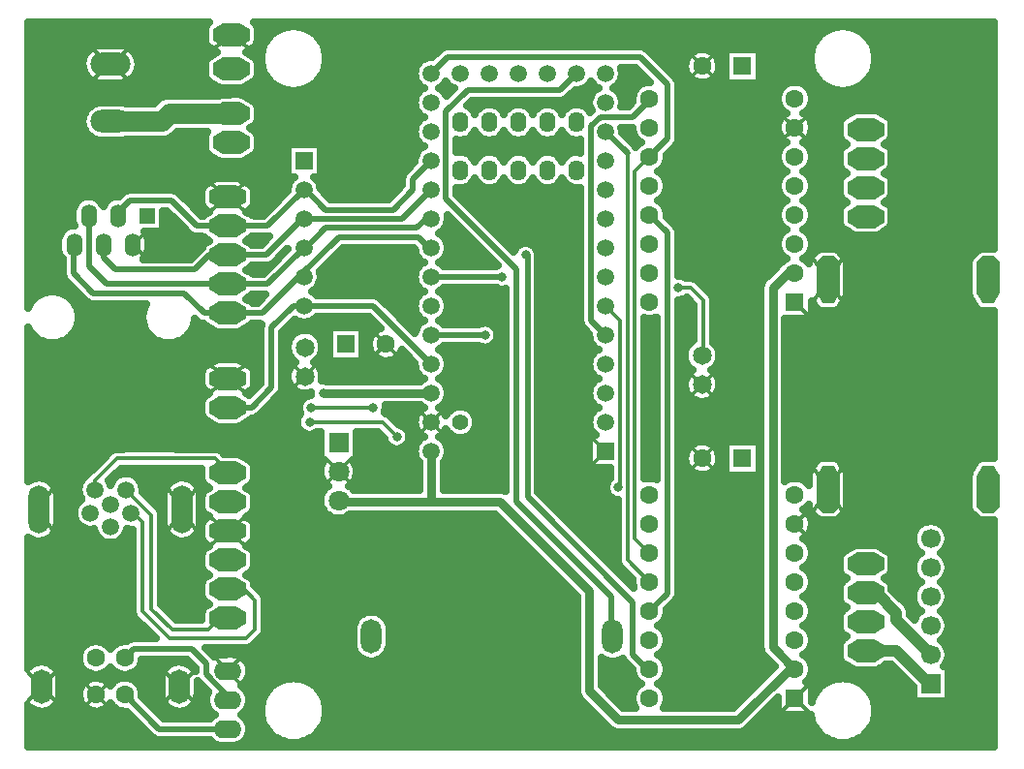
<source format=gbr>
%TF.GenerationSoftware,Novarm,DipTrace,3.3.1.3*%
%TF.CreationDate,2023-12-10T18:24:29+00:00*%
%FSLAX35Y35*%
%MOMM*%
%TF.FileFunction,Copper,L2,Bot*%
%TF.Part,Single*%
%AMOUTLINE0*
4,1,8,
-0.778,1.0,
0.752,1.0,
1.6,0.486,
1.6,-0.486,
0.778,-1.0,
-0.778,-1.0,
-1.6,-0.486,
-1.6,0.486,
-0.778,1.0,
0*%
%AMOUTLINE3*
4,1,8,
-0.778,1.0,
0.752,1.0,
1.6,0.5,
1.6,-0.5,
0.8,-1.0,
-0.8,-1.0,
-1.6,-0.5,
-1.6,0.5,
-0.778,1.0,
0*%
%AMOUTLINE6*
4,1,8,
1.0,2.0,
1.0,-0.752,
0.486,-1.6,
-0.486,-1.6,
-1.0,-0.778,
-1.0,2.0,
-0.5,2.5,
0.5,2.5,
1.0,2.0,
0*%
%AMOUTLINE9*
4,1,8,
-1.0,-2.0,
-1.0,0.752,
-0.486,1.6,
0.486,1.6,
1.0,0.778,
1.0,-2.0,
0.5,-2.5,
-0.5,-2.5,
-1.0,-2.0,
0*%
%TA.AperFunction,Conductor*%
%ADD14C,0.75*%
%ADD15C,0.762*%
%ADD16C,0.508*%
%ADD17C,0.35*%
%ADD18C,1.0*%
%ADD19C,1.8034*%
%TA.AperFunction,CopperBalancing*%
%ADD21C,0.635*%
%TA.AperFunction,ComponentPad*%
%ADD25O,1.8X3.0*%
%ADD28R,1.6X1.6*%
%ADD29C,1.6*%
%ADD34C,1.65*%
%ADD36R,1.4X1.4*%
%ADD37O,1.4X2.0*%
%ADD38C,1.6*%
%ADD39O,2.4X1.6*%
%ADD40C,1.5*%
%ADD41O,1.8X4.2*%
%ADD42O,3.5X2.0*%
%ADD43R,1.7X1.7*%
%ADD44C,1.7*%
%ADD46R,1.508X1.508*%
%ADD47C,1.4*%
%ADD48O,1.4X1.8*%
%ADD50R,1.5X1.5*%
%ADD52R,1.8X1.8*%
%ADD53C,1.8*%
%TA.AperFunction,ViaPad*%
%ADD54C,0.8*%
%TA.AperFunction,ComponentPad*%
%ADD109OUTLINE0*%
%ADD112OUTLINE3*%
%ADD115OUTLINE6*%
%ADD118OUTLINE9*%
%TA.AperFunction,CopperBalancing*%
%ADD121C,0.35*%
G75*
G01*
%LPD*%
X3603623Y3175000D2*
D14*
X2661273D1*
X6781500Y762000D2*
D15*
X6731000D1*
X6286500Y317500D1*
X5238750D1*
X4984750Y571500D1*
Y1444623D1*
X4206873Y2222500D1*
X3635373D1*
X3603623Y2254250D1*
Y2667000D1*
X3635373Y2222500D2*
X2794000D1*
X2778123Y2238377D1*
X2794000D1*
X6781497Y4225623D2*
X6717997D1*
X6588123Y4095750D1*
Y955377D1*
X6781500Y762000D1*
X5127623Y5461000D2*
D16*
X5318123Y5270500D1*
D17*
Y1717377D1*
X5511500Y1524000D1*
X5238750Y2349500D2*
X5254627D1*
Y3809997D1*
X5127623Y3937000D1*
X4429127Y4381500D2*
D16*
X4445000D1*
Y2270127D1*
X5365750Y1349377D1*
Y889000D1*
X5492750Y762000D1*
X5511500D1*
X3603623Y4191000D2*
X4222750D1*
X3603623Y3429000D2*
X3095623Y3937000D1*
X2397127D1*
X2206627Y3746500D1*
Y3222627D1*
X2032000Y3048000D1*
X1825623D1*
X5762623Y4095750D2*
D17*
X5873750D1*
X5984873Y3984627D1*
Y3519873D1*
X5969000Y3504000D1*
X1825623Y238123D2*
D16*
X1226877D1*
X925000Y540000D1*
X1825623Y492123D2*
Y526383D1*
X1635127Y716880D1*
Y809623D1*
X1508123Y936627D1*
X1001627D1*
X925000Y860000D1*
X7400000Y1427000D2*
D18*
X7494750D1*
X7667627Y1254127D1*
Y1190623D1*
X7969250Y889000D1*
X7400000Y919000D2*
X7669373D1*
X7953373Y635000D1*
X7969250D1*
X5127623Y3683000D2*
D16*
X5000623Y3810000D1*
Y5508623D1*
X5080000Y5588000D1*
X5365750D1*
X5527373Y5749623D1*
X5511497D1*
X3603623Y3683000D2*
X4075033D1*
X1825623Y1206500D2*
D17*
Y1285873D1*
X1651000Y1111250D1*
X1338033D1*
X1158877Y1290407D1*
Y2109623D1*
X936500Y2332000D1*
X3302000Y2794000D2*
X3175000Y2921000D1*
X2540000D1*
X5511497Y5241623D2*
D16*
X5667373Y5397500D1*
Y5873750D1*
X5429247Y6111877D1*
X3746500D1*
X3603623Y5969000D1*
X5511497Y5241623D2*
D17*
X5381623Y5111750D1*
Y1907877D1*
X5511500Y1778000D1*
X5511497Y4733623D2*
D16*
X5667373Y4577747D1*
Y1425873D1*
X5511500Y1270000D1*
X3603623Y4699000D2*
X3556000D1*
X3476627Y4619627D1*
X2682877D1*
X2492373Y4429123D1*
Y4445000D1*
X2174873Y4127500D1*
X1539873D1*
X762000D1*
X609500Y4280000D1*
Y4727000D1*
X1539873Y4127500D2*
X1825623D1*
X3603623Y4953000D2*
X3349623Y4699000D1*
X2492373D1*
X2508247Y4683127D1*
X2460627D1*
X2159000Y4381500D1*
X1666873D1*
X1539873Y4254500D1*
X841377D1*
X736500Y4359377D1*
Y4473000D1*
X1666873Y4381500D2*
X1825623D1*
X3603623Y4445000D2*
X3587750D1*
X3492500Y4540250D1*
X2794000D1*
X2444750Y4191000D1*
X2492373D1*
X2444750D2*
X2127250Y3873500D1*
X1651000D1*
X1619250D1*
X1444623Y4048127D1*
X650873D1*
X476250Y4222750D1*
Y4473000D1*
X482500D1*
X1651000Y3873500D2*
X1825623D1*
X3603623Y5207000D2*
X3444873Y5048250D1*
Y4953000D1*
X3270250Y4778377D1*
X2682873D1*
X2492373Y4968877D1*
Y4953000D1*
X1825623Y4635500D2*
X2174873D1*
X2492373Y4953000D1*
X1825623Y4635500D2*
X1555750D1*
X1333500Y4857750D1*
X968377D1*
X873127Y4762500D1*
X828000D1*
X863500Y4727000D1*
X1825623Y1460500D2*
D17*
X1968500D1*
X2063750Y1365250D1*
Y1111250D1*
X1984377Y1031877D1*
X1317623D1*
X1079500Y1270000D1*
Y2047877D1*
X975000Y2152377D1*
Y2126000D1*
X3095623Y3048000D2*
X2555873D1*
X1825623Y2476500D2*
Y2492377D1*
X1714500Y2603500D1*
X857250D1*
X663500Y2409750D1*
Y2332000D1*
X4873623Y5969000D2*
D16*
X4730750Y5826127D1*
X3921130D1*
X3730627Y5635623D1*
Y4873623D1*
X4349750Y4254500D1*
Y2222503D1*
X5175250Y1397003D1*
Y1111250D1*
X5238750Y1047750D1*
X5187923D1*
X1857390Y5619750D2*
D19*
X1317623D1*
X1247873Y5550000D1*
X800000D1*
D54*
X5762623Y4095750D3*
X3302000Y2794000D3*
X2540000Y2921000D3*
X3095623Y3048000D3*
X2555873D3*
X5889623Y1555750D3*
X2809873Y5048250D3*
X5238750Y2349500D3*
X4429127Y4381500D3*
X4222750Y4191000D3*
X4075033Y3683000D3*
X6080127Y555627D3*
X2661273Y3175000D3*
X88147Y6355083D2*
D21*
X1623740D1*
X2090983D2*
X2273247D1*
X2526753D2*
X7073257D1*
X7326767D2*
X8511903D1*
X88147Y6291917D2*
X1623740D1*
X2090983D2*
X2186930D1*
X2613067D2*
X6986943D1*
X7413080D2*
X8511903D1*
X88147Y6228750D2*
X1631213D1*
X2083600D2*
X2142633D1*
X2657363D2*
X6942647D1*
X7457377D2*
X8511903D1*
X88147Y6165583D2*
X597710D1*
X1002247D2*
X1714340D1*
X2000387D2*
X2119300D1*
X2680697D2*
X3662763D1*
X5512963D2*
X5896293D1*
X6046713D2*
X6167817D1*
X6475100D2*
X6919313D1*
X7480710D2*
X8511903D1*
X88147Y6102417D2*
X559793D1*
X1040253D2*
X1639233D1*
X2075580D2*
X2111553D1*
X2688447D2*
X3547830D1*
X5576127D2*
X5834040D1*
X6108967D2*
X6167817D1*
X6475100D2*
X6911567D1*
X7488457D2*
X8511903D1*
X88147Y6039250D2*
X551683D1*
X1048277D2*
X1623740D1*
X2090983D2*
X2118207D1*
X2681790D2*
X3473543D1*
X5639290D2*
X5817907D1*
X6125100D2*
X6167817D1*
X6475100D2*
X6918220D1*
X7481803D2*
X8511903D1*
X88147Y5976083D2*
X568543D1*
X1031413D2*
X1623740D1*
X2090983D2*
X2140263D1*
X2659733D2*
X3455133D1*
X5276077D2*
X5427620D1*
X5702457D2*
X5830303D1*
X6112703D2*
X6167817D1*
X6475100D2*
X6940277D1*
X7459747D2*
X8511903D1*
X88147Y5912917D2*
X622777D1*
X977273D2*
X1642423D1*
X2072300D2*
X2182553D1*
X2617443D2*
X3466527D1*
X5264773D2*
X5490783D1*
X5757690D2*
X5883350D1*
X6059657D2*
X6167817D1*
X6475100D2*
X6982567D1*
X7417457D2*
X8511903D1*
X88147Y5849750D2*
X1740043D1*
X1974683D2*
X2263493D1*
X2536503D2*
X3519663D1*
X3687587D2*
X3773687D1*
X4957613D2*
X5043623D1*
X5211637D2*
X5397087D1*
X5766440D2*
X6667113D1*
X6895827D2*
X7063507D1*
X7336517D2*
X8511903D1*
X88147Y5786583D2*
X1765380D1*
X1946790D2*
X3474273D1*
X4828640D2*
X4998323D1*
X5256933D2*
X5362543D1*
X5766440D2*
X6632567D1*
X6930463D2*
X8511903D1*
X88147Y5723417D2*
X1192257D1*
X2064370D2*
X3455223D1*
X3955827D2*
X4979273D1*
X5275983D2*
X5360173D1*
X5766440D2*
X6630197D1*
X6932743D2*
X8511903D1*
X88147Y5660250D2*
X592790D1*
X2091077D2*
X3465980D1*
X3960840D2*
X4008387D1*
X4214863D2*
X4262413D1*
X4468887D2*
X4516343D1*
X4722910D2*
X4770367D1*
X5766440D2*
X6658090D1*
X6904943D2*
X8511903D1*
X88147Y5597083D2*
X558153D1*
X2091077D2*
X3517660D1*
X5766440D2*
X6668387D1*
X6894643D2*
X7214627D1*
X7584800D2*
X8511903D1*
X88147Y5533917D2*
X552137D1*
X2080683D2*
X3475093D1*
X5766440D2*
X6632933D1*
X6930100D2*
X7166500D1*
X7633470D2*
X8511903D1*
X88147Y5470750D2*
X571280D1*
X2062547D2*
X3455317D1*
X5275893D2*
X5359990D1*
X5766440D2*
X6630017D1*
X6933017D2*
X7166317D1*
X7633653D2*
X8511903D1*
X88147Y5407583D2*
X630887D1*
X1321350D2*
X1623740D1*
X2091077D2*
X3465433D1*
X3938327D2*
X4030900D1*
X4192350D2*
X4284923D1*
X4446283D2*
X4538947D1*
X4700307D2*
X4792970D1*
X5318457D2*
X5387060D1*
X5766440D2*
X6657087D1*
X6905947D2*
X7171150D1*
X7628913D2*
X8511903D1*
X88147Y5344417D2*
X1623740D1*
X2091077D2*
X2343700D1*
X2641050D2*
X3515653D1*
X3829683D2*
X4901617D1*
X5749670D2*
X6669663D1*
X6893367D2*
X7216813D1*
X7582613D2*
X8511903D1*
X88147Y5281250D2*
X1633310D1*
X2081503D2*
X2343700D1*
X2641050D2*
X3475913D1*
X3887560D2*
X4081670D1*
X4141583D2*
X4335693D1*
X4395517D2*
X4589717D1*
X4649540D2*
X4843740D1*
X5688600D2*
X6633297D1*
X6929733D2*
X7166590D1*
X7633380D2*
X8511903D1*
X88147Y5218083D2*
X1720353D1*
X1994460D2*
X2343700D1*
X2641050D2*
X3455407D1*
X5663263D2*
X6629743D1*
X6933290D2*
X7166317D1*
X7633653D2*
X8511903D1*
X88147Y5154917D2*
X2343700D1*
X2641050D2*
X3414117D1*
X5636920D2*
X6656083D1*
X6906947D2*
X7170603D1*
X7629370D2*
X8511903D1*
X88147Y5091750D2*
X2343700D1*
X2641050D2*
X3356697D1*
X5622063D2*
X6670940D1*
X6892000D2*
X7218910D1*
X7580423D2*
X8511903D1*
X88147Y5028583D2*
X1666943D1*
X1984253D2*
X2365483D1*
X2619267D2*
X3345850D1*
X5659343D2*
X6633663D1*
X6929370D2*
X7166683D1*
X7633290D2*
X8511903D1*
X88147Y4965417D2*
X1597763D1*
X2053433D2*
X2344247D1*
X2640503D2*
X3319873D1*
X3829683D2*
X4901617D1*
X5663447D2*
X6629560D1*
X6933470D2*
X7166317D1*
X7633653D2*
X8511903D1*
X88147Y4902250D2*
X875433D1*
X1426440D2*
X1592020D1*
X2059267D2*
X2304233D1*
X2696467D2*
X3256710D1*
X3839433D2*
X4901617D1*
X5637833D2*
X6655080D1*
X6907860D2*
X7170147D1*
X7629917D2*
X8511903D1*
X88147Y4839083D2*
X493077D1*
X725893D2*
X747130D1*
X1489603D2*
X1592020D1*
X2059267D2*
X2240980D1*
X3902600D2*
X4901617D1*
X5620697D2*
X6672307D1*
X6890633D2*
X7221007D1*
X7578237D2*
X8511903D1*
X88147Y4775917D2*
X467190D1*
X1552767D2*
X1636317D1*
X2014970D2*
X2177817D1*
X3965763D2*
X4901617D1*
X5658980D2*
X6634027D1*
X6928913D2*
X7166863D1*
X7633107D2*
X8511903D1*
X88147Y4712750D2*
X465823D1*
X1261100D2*
X1341097D1*
X4028927D2*
X4901617D1*
X5669827D2*
X6629377D1*
X6933653D2*
X7166317D1*
X7633653D2*
X8511903D1*
X88147Y4649583D2*
X474300D1*
X1261100D2*
X1404260D1*
X3743367D2*
X3817257D1*
X4092090D2*
X4901617D1*
X5732990D2*
X6654170D1*
X6908770D2*
X7169690D1*
X7630373D2*
X8511903D1*
X88147Y4586417D2*
X367113D1*
X1105880D2*
X1467423D1*
X3696973D2*
X3880420D1*
X4155253D2*
X4901617D1*
X5765983D2*
X6673673D1*
X6889267D2*
X7241057D1*
X7559003D2*
X8511903D1*
X88147Y4523250D2*
X340407D1*
X1132677D2*
X1634130D1*
X2017063D2*
X2163323D1*
X3728783D2*
X3943583D1*
X4218420D2*
X4901617D1*
X5766440D2*
X6634483D1*
X6928550D2*
X8511903D1*
X88147Y4460083D2*
X338857D1*
X1134137D2*
X1599040D1*
X3751480D2*
X4006747D1*
X4281583D2*
X4349730D1*
X4508537D2*
X4901617D1*
X5766440D2*
X6629197D1*
X6933837D2*
X8511903D1*
X88147Y4396917D2*
X346787D1*
X1126207D2*
X1544900D1*
X2788067D2*
X3463337D1*
X3743913D2*
X4069913D1*
X4542717D2*
X4901617D1*
X5766440D2*
X6653257D1*
X6909683D2*
X6945380D1*
X7194603D2*
X8345380D1*
X88147Y4333750D2*
X377230D1*
X2724903D2*
X3508543D1*
X3698707D2*
X4133077D1*
X4544083D2*
X4901617D1*
X5766440D2*
X6675133D1*
X7242183D2*
X8297803D1*
X88147Y4270583D2*
X377230D1*
X2019253D2*
X2180550D1*
X2661740D2*
X3479287D1*
X4544083D2*
X4901617D1*
X5766440D2*
X6607593D1*
X7243640D2*
X8296343D1*
X88147Y4207417D2*
X378507D1*
X2640047D2*
X3455953D1*
X4544083D2*
X4901617D1*
X5766440D2*
X6544430D1*
X7243640D2*
X8296343D1*
X88147Y4144250D2*
X417333D1*
X2633120D2*
X3462880D1*
X4544083D2*
X4901617D1*
X5951557D2*
X6488193D1*
X7243640D2*
X8296343D1*
X88147Y4081083D2*
X480497D1*
X2589097D2*
X3506903D1*
X3700347D2*
X4250747D1*
X4544083D2*
X4901617D1*
X6014720D2*
X6476343D1*
X7243640D2*
X8296343D1*
X88147Y4017917D2*
X147270D1*
X437780D2*
X543663D1*
X2021350D2*
X2134247D1*
X3147183D2*
X3480197D1*
X3727053D2*
X4250747D1*
X4544083D2*
X4901617D1*
X6069227D2*
X6476343D1*
X7238080D2*
X8300900D1*
X493837Y3954750D2*
X1107127D1*
X3215267D2*
X3456137D1*
X3751113D2*
X4250747D1*
X4544083D2*
X4901617D1*
X5766440D2*
X5888453D1*
X6075970D2*
X6476343D1*
X7200437D2*
X8339000D1*
X519720Y3891583D2*
X1081240D1*
X3278433D2*
X3462423D1*
X3744827D2*
X4250747D1*
X4544083D2*
X4901617D1*
X5766440D2*
X5893740D1*
X6075970D2*
X6476343D1*
X6935113D2*
X8511903D1*
X525920Y3828417D2*
X1075043D1*
X2590647D2*
X3066760D1*
X3341597D2*
X3505353D1*
X3701897D2*
X4250747D1*
X4544083D2*
X4901617D1*
X5766440D2*
X5893740D1*
X6075970D2*
X6476343D1*
X6935113D2*
X8511903D1*
X514160Y3765250D2*
X1086800D1*
X1530163D2*
X1627750D1*
X2023537D2*
X2109547D1*
X2362780D2*
X3129923D1*
X3404850D2*
X3481200D1*
X4150243D2*
X4250747D1*
X4544083D2*
X4913103D1*
X5472767D2*
X5568350D1*
X5766440D2*
X5893740D1*
X6075970D2*
X6476343D1*
X6699863D2*
X8511903D1*
X480983Y3702083D2*
X1119977D1*
X1496987D2*
X2107543D1*
X2305633D2*
X2411240D1*
X2588730D2*
X2703090D1*
X3010373D2*
X3090823D1*
X4186973D2*
X4250747D1*
X4544083D2*
X4971070D1*
X5472767D2*
X5568350D1*
X5766440D2*
X5893740D1*
X6075970D2*
X6476343D1*
X6699863D2*
X8511903D1*
X88147Y3638917D2*
X176527D1*
X408523D2*
X1192437D1*
X1424527D2*
X2107543D1*
X2305633D2*
X2357280D1*
X2642780D2*
X2703090D1*
X3010373D2*
X3057373D1*
X4179227D2*
X4250747D1*
X4544083D2*
X4986020D1*
X5472767D2*
X5568350D1*
X5766440D2*
X5893740D1*
X6075970D2*
X6476343D1*
X6699863D2*
X8511903D1*
X88147Y3575750D2*
X2107543D1*
X2305633D2*
X2343883D1*
X2656180D2*
X2703090D1*
X3010373D2*
X3055733D1*
X3703447D2*
X4250747D1*
X4544083D2*
X5027763D1*
X5472767D2*
X5568350D1*
X5766440D2*
X5831123D1*
X6106870D2*
X6476343D1*
X6699863D2*
X8511903D1*
X88147Y3512583D2*
X2107543D1*
X2305633D2*
X2358377D1*
X2641597D2*
X2703090D1*
X3010373D2*
X3084627D1*
X3328927D2*
X3382580D1*
X3725137D2*
X4250747D1*
X4544083D2*
X5006163D1*
X5472767D2*
X5568350D1*
X5766440D2*
X5813077D1*
X6124917D2*
X6476343D1*
X6699863D2*
X8511903D1*
X88147Y3449417D2*
X1666943D1*
X1984253D2*
X2107543D1*
X2305633D2*
X2413337D1*
X2586727D2*
X3445747D1*
X3750750D2*
X4250747D1*
X4544083D2*
X4980460D1*
X5472767D2*
X5568350D1*
X5766440D2*
X5823193D1*
X6114800D2*
X6476343D1*
X6699863D2*
X8511903D1*
X88147Y3386250D2*
X1602230D1*
X2049057D2*
X2107543D1*
X2305633D2*
X2357830D1*
X2642143D2*
X3461513D1*
X3745647D2*
X4250747D1*
X4544083D2*
X4985563D1*
X5472767D2*
X5568350D1*
X5766440D2*
X5870043D1*
X6067950D2*
X6476343D1*
X6699863D2*
X8511903D1*
X88147Y3323083D2*
X1592020D1*
X2059267D2*
X2107543D1*
X2305633D2*
X2343883D1*
X2656180D2*
X3502257D1*
X3704993D2*
X4250747D1*
X4544083D2*
X5026213D1*
X5472767D2*
X5568350D1*
X5766440D2*
X5831943D1*
X6106140D2*
X6476343D1*
X6699863D2*
X8511903D1*
X88147Y3259917D2*
X1592020D1*
X2059267D2*
X2106447D1*
X2305633D2*
X2357830D1*
X3724137D2*
X4250747D1*
X4544083D2*
X5007073D1*
X5472767D2*
X5568350D1*
X5766440D2*
X5813167D1*
X6124827D2*
X6476343D1*
X6699863D2*
X8511903D1*
X88147Y3196750D2*
X1622920D1*
X2301987D2*
X2413063D1*
X3750567D2*
X4250747D1*
X4544083D2*
X4980640D1*
X5472767D2*
X5568350D1*
X5766440D2*
X5822647D1*
X6115347D2*
X6476343D1*
X6699863D2*
X8511903D1*
X88147Y3133583D2*
X1603050D1*
X2255047D2*
X2484793D1*
X3746100D2*
X4250747D1*
X4544083D2*
X4985107D1*
X5472767D2*
X5568350D1*
X5766440D2*
X5868400D1*
X6069590D2*
X6476343D1*
X6699863D2*
X8511903D1*
X88147Y3070417D2*
X1592020D1*
X2191883D2*
X2444600D1*
X3706453D2*
X4250747D1*
X4544083D2*
X5024757D1*
X5472767D2*
X5568350D1*
X5766440D2*
X6476343D1*
X6699863D2*
X8511903D1*
X88147Y3007250D2*
X1592020D1*
X2128720D2*
X2450250D1*
X3201230D2*
X3484117D1*
X3723133D2*
X3744430D1*
X3970777D2*
X4250747D1*
X4544083D2*
X5008077D1*
X5472767D2*
X5568350D1*
X5766440D2*
X6476343D1*
X6699863D2*
X8511903D1*
X88147Y2944083D2*
X1620913D1*
X2030280D2*
X2428830D1*
X3278160D2*
X3456863D1*
X3999303D2*
X4250747D1*
X4544083D2*
X4980913D1*
X5472767D2*
X5568350D1*
X5766440D2*
X6476343D1*
X6699863D2*
X8511903D1*
X88147Y2880917D2*
X1736213D1*
X1915073D2*
X2434117D1*
X3371220D2*
X3460783D1*
X3995293D2*
X4250747D1*
X4544083D2*
X4984743D1*
X5472767D2*
X5568350D1*
X5766440D2*
X6476343D1*
X6699863D2*
X8511903D1*
X88147Y2817750D2*
X2504483D1*
X2575517D2*
X2630353D1*
X2957600D2*
X3151983D1*
X3412963D2*
X3499340D1*
X3707910D2*
X3760747D1*
X3954460D2*
X4250747D1*
X4544083D2*
X5023387D1*
X5472767D2*
X5568350D1*
X5766440D2*
X6476343D1*
X6699863D2*
X8511903D1*
X88147Y2754583D2*
X2630353D1*
X2957600D2*
X3195823D1*
X3408133D2*
X3485120D1*
X3722130D2*
X4250747D1*
X4544083D2*
X4978543D1*
X5472767D2*
X5568350D1*
X5766440D2*
X6476343D1*
X6699863D2*
X8511903D1*
X88147Y2691417D2*
X2630353D1*
X2957600D2*
X3264183D1*
X3339773D2*
X3457137D1*
X3750113D2*
X4250747D1*
X4544083D2*
X4978543D1*
X5472767D2*
X5568350D1*
X5766440D2*
X5844887D1*
X6098120D2*
X6167817D1*
X6699863D2*
X8511903D1*
X88147Y2628250D2*
X755757D1*
X1951623D2*
X2630353D1*
X2957600D2*
X3460330D1*
X3746920D2*
X4250747D1*
X4544083D2*
X4978543D1*
X5472767D2*
X5568350D1*
X5766440D2*
X5819457D1*
X6123457D2*
X6167817D1*
X6699863D2*
X8511903D1*
X88147Y2565083D2*
X692593D1*
X2046140D2*
X2648127D1*
X2939827D2*
X3491863D1*
X3715387D2*
X4250747D1*
X4544083D2*
X4978543D1*
X5472767D2*
X5568350D1*
X5766440D2*
X5823740D1*
X6119267D2*
X6167817D1*
X6699863D2*
X6951580D1*
X7188587D2*
X8351580D1*
X88147Y2501917D2*
X629430D1*
X881933D2*
X1592020D1*
X2059267D2*
X2630627D1*
X2957327D2*
X3491863D1*
X3715387D2*
X4250747D1*
X4544083D2*
X5163480D1*
X5472767D2*
X5568350D1*
X5766440D2*
X5861293D1*
X6081713D2*
X6167817D1*
X6699863D2*
X6913297D1*
X7228147D2*
X8313297D1*
X88147Y2438750D2*
X563077D1*
X1036973D2*
X1592020D1*
X2059267D2*
X2639743D1*
X2948210D2*
X3491863D1*
X3715387D2*
X4250747D1*
X4544083D2*
X5163480D1*
X5472767D2*
X5568350D1*
X5766440D2*
X6476343D1*
X6699863D2*
X6896343D1*
X7243640D2*
X8296343D1*
X305530Y2375583D2*
X521697D1*
X1078263D2*
X1294520D1*
X1555503D2*
X1616997D1*
X2034290D2*
X2682307D1*
X2905737D2*
X3491863D1*
X3715387D2*
X4250747D1*
X4544083D2*
X5128297D1*
X5766440D2*
X6476343D1*
X7243640D2*
X8296343D1*
X335060Y2312417D2*
X516227D1*
X1083823D2*
X1264990D1*
X1585033D2*
X1606230D1*
X2045047D2*
X2648857D1*
X4544083D2*
X5131760D1*
X5766440D2*
X6476343D1*
X7243640D2*
X8296343D1*
X338613Y2249250D2*
X541383D1*
X1145530D2*
X1261343D1*
X2059267D2*
X2630720D1*
X4603327D2*
X5194197D1*
X5766440D2*
X6476343D1*
X7243640D2*
X8296343D1*
X338613Y2186083D2*
X489703D1*
X1208693D2*
X1261343D1*
X2059267D2*
X2639287D1*
X4666493D2*
X5227007D1*
X5766440D2*
X6476343D1*
X7243640D2*
X8296343D1*
X338613Y2122917D2*
X476397D1*
X1588680D2*
X1615323D1*
X2035933D2*
X2680850D1*
X4729657D2*
X5227007D1*
X5766440D2*
X6476343D1*
X6903757D2*
X6925613D1*
X7214473D2*
X8325603D1*
X338613Y2059750D2*
X492710D1*
X2044043D2*
X4214197D1*
X4792820D2*
X5227007D1*
X5766440D2*
X6476343D1*
X6932470D2*
X8511903D1*
X332780Y1996583D2*
X559520D1*
X2059267D2*
X4277360D1*
X4855983D2*
X5227007D1*
X5766440D2*
X6476343D1*
X6930827D2*
X7841253D1*
X8097313D2*
X8511903D1*
X297963Y1933417D2*
X673727D1*
X926230D2*
X988363D1*
X1249980D2*
X1302087D1*
X1547937D2*
X1592020D1*
X2059267D2*
X4340523D1*
X4919147D2*
X5227007D1*
X5766440D2*
X6476343D1*
X6897287D2*
X7813270D1*
X8125203D2*
X8511903D1*
X88147Y1870250D2*
X766877D1*
X833080D2*
X988363D1*
X1249980D2*
X1613897D1*
X2037390D2*
X4403687D1*
X4982313D2*
X5227007D1*
X5766440D2*
X6476343D1*
X6902663D2*
X7814637D1*
X8123837D2*
X8511903D1*
X88147Y1807083D2*
X988363D1*
X1249980D2*
X1608337D1*
X2042860D2*
X4466853D1*
X5045477D2*
X5227007D1*
X5766440D2*
X6476343D1*
X6932197D2*
X7230667D1*
X7568303D2*
X7846267D1*
X8092207D2*
X8511903D1*
X88147Y1743917D2*
X988363D1*
X1249980D2*
X1592020D1*
X2059267D2*
X4530107D1*
X5108640D2*
X5227007D1*
X5766440D2*
X6476343D1*
X6931100D2*
X7167867D1*
X7632103D2*
X7842257D1*
X8096220D2*
X8511903D1*
X88147Y1680750D2*
X988363D1*
X1249980D2*
X1592020D1*
X2059267D2*
X4593270D1*
X5171803D2*
X5235303D1*
X5766440D2*
X6476343D1*
X6898470D2*
X7166317D1*
X7633653D2*
X7813543D1*
X8124930D2*
X8511903D1*
X88147Y1617583D2*
X988363D1*
X1249980D2*
X1612437D1*
X2038850D2*
X4656437D1*
X5234970D2*
X5291630D1*
X5766440D2*
X6476343D1*
X6901570D2*
X7168050D1*
X7632013D2*
X7814363D1*
X8124200D2*
X8511903D1*
X88147Y1554417D2*
X988363D1*
X1249980D2*
X1609520D1*
X2041673D2*
X4719600D1*
X5298133D2*
X5354793D1*
X5766440D2*
X6476343D1*
X6931920D2*
X7231487D1*
X7568577D2*
X7845173D1*
X8093303D2*
X8511903D1*
X88147Y1491250D2*
X988363D1*
X1249980D2*
X1592020D1*
X2064003D2*
X4782763D1*
X5766440D2*
X6476343D1*
X6931467D2*
X7168233D1*
X7631830D2*
X7843257D1*
X8095217D2*
X8511903D1*
X88147Y1428083D2*
X988363D1*
X1249980D2*
X1592020D1*
X2127170D2*
X4845927D1*
X5766440D2*
X6476343D1*
X6899657D2*
X7166317D1*
X7665920D2*
X7813817D1*
X8124657D2*
X8511903D1*
X88147Y1364917D2*
X988363D1*
X1249980D2*
X1611070D1*
X2154877D2*
X4872997D1*
X5743563D2*
X6476343D1*
X6900477D2*
X7167687D1*
X7729083D2*
X7814000D1*
X8124473D2*
X8511903D1*
X88147Y1301750D2*
X988363D1*
X1273770D2*
X1610797D1*
X2154877D2*
X4872997D1*
X5680670D2*
X6476343D1*
X6931647D2*
X7229300D1*
X7781127D2*
X7844080D1*
X8094397D2*
X8511903D1*
X88147Y1238583D2*
X994377D1*
X1336933D2*
X1592020D1*
X2154877D2*
X2986097D1*
X3173340D2*
X4872997D1*
X5661713D2*
X6476343D1*
X6931740D2*
X7168507D1*
X7791883D2*
X7844353D1*
X8094123D2*
X8511903D1*
X88147Y1175417D2*
X1047790D1*
X2154877D2*
X2931410D1*
X3228030D2*
X4872997D1*
X5630723D2*
X6476343D1*
X6900750D2*
X7166317D1*
X8124383D2*
X8511903D1*
X88147Y1112250D2*
X1110953D1*
X2154877D2*
X2916187D1*
X3243340D2*
X4872997D1*
X5629357D2*
X6476343D1*
X6899383D2*
X7167503D1*
X8124747D2*
X8511903D1*
X88147Y1049083D2*
X1174117D1*
X2127807D2*
X2916097D1*
X3243340D2*
X4872997D1*
X5661350D2*
X6476343D1*
X6931373D2*
X7227203D1*
X8095490D2*
X8511903D1*
X88147Y985917D2*
X592243D1*
X757793D2*
X842257D1*
X2064643D2*
X2916097D1*
X3243340D2*
X4872997D1*
X5662077D2*
X6476343D1*
X6932013D2*
X7168870D1*
X8093030D2*
X8511903D1*
X88147Y922750D2*
X535367D1*
X1659410D2*
X2930133D1*
X3229303D2*
X4872997D1*
X5631817D2*
X6481540D1*
X6901843D2*
X7166317D1*
X8124110D2*
X8511903D1*
X88147Y859583D2*
X521330D1*
X1965933D2*
X2982177D1*
X3177260D2*
X4872997D1*
X5628170D2*
X6528480D1*
X6898197D2*
X7167230D1*
X8125020D2*
X8511903D1*
X297963Y796417D2*
X535823D1*
X1064227D2*
X1302087D1*
X2010410D2*
X4872997D1*
X5096517D2*
X5320887D1*
X5661077D2*
X6591643D1*
X6931100D2*
X7225017D1*
X7574957D2*
X7619770D1*
X8096493D2*
X8511903D1*
X348367Y733250D2*
X593610D1*
X756337D2*
X843623D1*
X1006350D2*
X1251683D1*
X2018707D2*
X4872997D1*
X5096517D2*
X5360720D1*
X5662350D2*
X6546890D1*
X6932287D2*
X7682933D1*
X8127847D2*
X8511903D1*
X361673Y670083D2*
X599533D1*
X750410D2*
X849547D1*
X1000423D2*
X1238377D1*
X1998107D2*
X2312257D1*
X2487743D2*
X4872997D1*
X5096517D2*
X5390067D1*
X5632910D2*
X6483727D1*
X6902937D2*
X7112270D1*
X7287753D2*
X7746097D1*
X8127847D2*
X8511903D1*
X361673Y606917D2*
X537463D1*
X1062587D2*
X1238377D1*
X1565620D2*
X1607697D1*
X1964290D2*
X2201970D1*
X2598030D2*
X4872997D1*
X5104720D2*
X5395993D1*
X5626987D2*
X6420563D1*
X6935113D2*
X7001890D1*
X7398040D2*
X7809260D1*
X8127847D2*
X8511903D1*
X361493Y543750D2*
X521423D1*
X1078627D2*
X1238467D1*
X1565530D2*
X1641330D1*
X2009957D2*
X2150927D1*
X2649070D2*
X4876733D1*
X5167887D2*
X5362270D1*
X5660710D2*
X6357400D1*
X7449083D2*
X7810627D1*
X8127847D2*
X8511903D1*
X345450Y480583D2*
X533910D1*
X1121830D2*
X1254507D1*
X1549487D2*
X1632400D1*
X2018797D2*
X2123310D1*
X2676687D2*
X4920303D1*
X5231050D2*
X5360447D1*
X5662533D2*
X6294143D1*
X6604980D2*
X6627793D1*
X7476700D2*
X8511903D1*
X288940Y417417D2*
X586957D1*
X762990D2*
X836970D1*
X1184993D2*
X1311020D1*
X1492977D2*
X1652360D1*
X1998927D2*
X2112100D1*
X2687897D2*
X4983467D1*
X6541817D2*
X6627830D1*
X7487910D2*
X8511903D1*
X88147Y354250D2*
X973323D1*
X1248160D2*
X1688637D1*
X1962560D2*
X2115290D1*
X2684707D2*
X5046630D1*
X6478653D2*
X6915303D1*
X7484720D2*
X8511903D1*
X88147Y291083D2*
X1036487D1*
X2009410D2*
X2133427D1*
X2666570D2*
X5109793D1*
X6415490D2*
X6933440D1*
X7466583D2*
X8511903D1*
X88147Y227917D2*
X1099650D1*
X2018887D2*
X2170160D1*
X2629837D2*
X5176877D1*
X6348407D2*
X6970173D1*
X7429850D2*
X8511903D1*
X88147Y164750D2*
X1163910D1*
X1999657D2*
X2237970D1*
X2562027D2*
X7037983D1*
X7362040D2*
X8511903D1*
X88147Y101583D2*
X1724000D1*
X1927197D2*
X8511903D1*
X2922437Y1107703D2*
X2924370Y1132357D1*
X2930130Y1156357D1*
X2939577Y1179157D1*
X2952473Y1200203D1*
X2968503Y1218970D1*
X2987270Y1235000D1*
X3008317Y1247897D1*
X3031117Y1257343D1*
X3055117Y1263103D1*
X3079723Y1265040D1*
X3104330Y1263103D1*
X3128330Y1257343D1*
X3151130Y1247897D1*
X3172177Y1235000D1*
X3190943Y1218970D1*
X3206973Y1200203D1*
X3219870Y1179157D1*
X3229317Y1156357D1*
X3235077Y1132357D1*
X3237013Y1107750D1*
X3236530Y975410D1*
X3232667Y951030D1*
X3225040Y927557D1*
X3213837Y905567D1*
X3199327Y885597D1*
X3181877Y868147D1*
X3161907Y853637D1*
X3139917Y842433D1*
X3116443Y834807D1*
X3092063Y830943D1*
X3067383D1*
X3043003Y834807D1*
X3019530Y842433D1*
X2997540Y853637D1*
X2977570Y868147D1*
X2960120Y885597D1*
X2945610Y905567D1*
X2934407Y927557D1*
X2926780Y951030D1*
X2922917Y975410D1*
X2922433Y1034417D1*
Y1107633D1*
X5278090Y858973D2*
X5259330Y847603D1*
X5236530Y838157D1*
X5212530Y832397D1*
X5187923Y830460D1*
X5163317Y832397D1*
X5139317Y838157D1*
X5116517Y847603D1*
X5095470Y860500D1*
X5090130Y864710D1*
X5090140Y615107D1*
X5282463Y422833D1*
X5391237Y422890D1*
X5380263Y441133D1*
X5371420Y462483D1*
X5366023Y484960D1*
X5364210Y508000D1*
X5366023Y531040D1*
X5371420Y553517D1*
X5380263Y574867D1*
X5392340Y594573D1*
X5407350Y612150D1*
X5424927Y627160D1*
X5436947Y634933D1*
X5424927Y642840D1*
X5407350Y657850D1*
X5392340Y675427D1*
X5380263Y695133D1*
X5371420Y716483D1*
X5366023Y738960D1*
X5364313Y759337D1*
X5295267Y828803D1*
X5286720Y840570D1*
X5280107Y853557D1*
X2732793Y3750917D2*
X3004040D1*
Y3456337D1*
X2709460D1*
Y3750917D1*
X2732793D1*
X3345963Y3555583D2*
X3339787Y3540413D1*
X3330730Y3524107D1*
X3319683Y3509073D1*
X3306827Y3495557D1*
X3292367Y3483777D1*
X3276530Y3473917D1*
X3259577Y3466137D1*
X3241773Y3460560D1*
X3223410Y3457283D1*
X3204780Y3456350D1*
X3186180Y3457780D1*
X3167910Y3461550D1*
X3150263Y3467597D1*
X3133523Y3475830D1*
X3117957Y3486110D1*
X3103817Y3498273D1*
X3091327Y3512130D1*
X3080687Y3527453D1*
X3072070Y3543997D1*
X3065613Y3561497D1*
X3061420Y3579673D1*
X3059560Y3598237D1*
X3060057Y3616883D1*
X3062910Y3635320D1*
X3068070Y3653243D1*
X3075453Y3670377D1*
X3084943Y3686437D1*
X3096387Y3701167D1*
X3109600Y3714333D1*
X3124373Y3725727D1*
X3140467Y3735160D1*
X3158710Y3742847D1*
X3057223Y3844320D1*
X2600247Y3844310D1*
X2584783Y3828803D1*
X2566720Y3815677D1*
X2546827Y3805540D1*
X2525590Y3798640D1*
X2503537Y3795150D1*
X2481210D1*
X2459157Y3798640D1*
X2437920Y3805540D1*
X2418027Y3815677D1*
X2411313Y3820163D1*
X2299287Y3708077D1*
X2299030Y3215353D1*
X2296757Y3200990D1*
X2292260Y3187157D1*
X2285657Y3174197D1*
X2277110Y3162430D1*
X2189673Y3074590D1*
X2092197Y2977517D1*
X2080430Y2968970D1*
X2067470Y2962367D1*
X2053637Y2957870D1*
X2039243Y2955593D1*
X2033633Y2952250D1*
X2025667Y2945320D1*
X1938583Y2890627D1*
X1929173Y2885833D1*
X1919133Y2882570D1*
X1908703Y2880917D1*
X1747217Y2880713D1*
X1736697Y2881637D1*
X1726453Y2884193D1*
X1716733Y2888323D1*
X1626070Y2944960D1*
X1618043Y2951820D1*
X1611183Y2959847D1*
X1605667Y2968850D1*
X1601627Y2978607D1*
X1599160Y2988873D1*
X1598333Y2999400D1*
X1598497Y3101273D1*
X1600053Y3111717D1*
X1603227Y3121787D1*
X1607933Y3131240D1*
X1614063Y3139837D1*
X1621460Y3147370D1*
X1629947Y3153653D1*
X1664027Y3174967D1*
X1626080Y3198957D1*
X1615687Y3208297D1*
X1607447Y3219583D1*
X1601717Y3232330D1*
X1598743Y3245987D1*
X1598333Y3276733D1*
X1598603Y3356623D1*
X1601293Y3370337D1*
X1606757Y3383200D1*
X1614760Y3394657D1*
X1624957Y3404210D1*
X1673333Y3434783D1*
X1673337Y3454290D1*
X1705127Y3454663D1*
X1719350Y3462970D1*
X1732560Y3467537D1*
X1746423Y3469277D1*
X1908077Y3468897D1*
X1921740Y3465957D1*
X1934500Y3460257D1*
X1944387Y3454280D1*
X1977917Y3454290D1*
Y3433963D1*
X2026263Y3404233D1*
X2036463Y3394680D1*
X2044473Y3383230D1*
X2049943Y3370370D1*
X2052640Y3356657D1*
X2052913Y3299267D1*
X2052643Y3247377D1*
X2049953Y3233663D1*
X2044490Y3220800D1*
X2036487Y3209347D1*
X2026290Y3199790D1*
X1986630Y3174667D1*
X2012167Y3159197D1*
X2113983Y3261067D1*
X2114223Y3753773D1*
X2116497Y3768137D1*
X2118483Y3775170D1*
X2103917Y3780810D1*
X2036377D1*
X2029787Y3774130D1*
X2021300Y3767847D1*
X1933973Y3713543D1*
X1924217Y3709503D1*
X1913950Y3707037D1*
X1903423Y3706210D1*
X1741937Y3706467D1*
X1731523Y3708213D1*
X1721510Y3711567D1*
X1712147Y3716447D1*
X1625580Y3770820D1*
X1617600Y3777767D1*
X1611977Y3781097D1*
X1597613Y3783370D1*
X1583780Y3787867D1*
X1570820Y3794470D1*
X1559053Y3803017D1*
X1535470Y3826197D1*
X1532993Y3802443D1*
X1529510Y3784940D1*
X1524667Y3767763D1*
X1518490Y3751020D1*
X1511017Y3734810D1*
X1502297Y3719240D1*
X1492380Y3704400D1*
X1481333Y3690387D1*
X1469217Y3677280D1*
X1456113Y3665167D1*
X1442097Y3654117D1*
X1427260Y3644203D1*
X1411687Y3635483D1*
X1395480Y3628010D1*
X1378737Y3621833D1*
X1361560Y3616990D1*
X1344057Y3613507D1*
X1326333Y3611410D1*
X1308500Y3610710D1*
X1290667Y3611410D1*
X1272943Y3613507D1*
X1255440Y3616990D1*
X1238263Y3621833D1*
X1221520Y3628010D1*
X1205313Y3635483D1*
X1189740Y3644203D1*
X1174903Y3654117D1*
X1160887Y3665167D1*
X1147783Y3677280D1*
X1135667Y3690387D1*
X1124620Y3704400D1*
X1114703Y3719240D1*
X1105983Y3734810D1*
X1098510Y3751020D1*
X1092333Y3767763D1*
X1087490Y3784940D1*
X1084007Y3802443D1*
X1081910Y3820167D1*
X1081210Y3838000D1*
X1081910Y3855833D1*
X1084007Y3873557D1*
X1087490Y3891060D1*
X1092333Y3908237D1*
X1098510Y3924980D1*
X1105983Y3941187D1*
X1113987Y3955480D1*
X643600Y3955723D1*
X629237Y3957997D1*
X615403Y3962493D1*
X602443Y3969097D1*
X590677Y3977643D1*
X502837Y4065080D1*
X405767Y4162553D1*
X397220Y4174320D1*
X390617Y4187280D1*
X386120Y4201113D1*
X383847Y4215477D1*
X383560Y4347893D1*
X371430Y4362303D1*
X360173Y4380670D1*
X351930Y4400573D1*
X346900Y4421523D1*
X345210Y4443040D1*
X345633Y4513770D1*
X349003Y4535050D1*
X355660Y4555537D1*
X365440Y4574733D1*
X378103Y4592163D1*
X393337Y4607397D1*
X410767Y4620057D1*
X429960Y4629840D1*
X450450Y4636497D1*
X471730Y4639867D1*
X484477Y4640210D1*
X478930Y4654573D1*
X473900Y4675523D1*
X472210Y4697040D1*
X472633Y4767770D1*
X476003Y4789050D1*
X482660Y4809537D1*
X492440Y4828733D1*
X505103Y4846163D1*
X520337Y4861397D1*
X537767Y4874057D1*
X556960Y4883840D1*
X577450Y4890497D1*
X598730Y4893867D1*
X620270D1*
X641550Y4890497D1*
X662040Y4883840D1*
X681233Y4874057D1*
X698663Y4861397D1*
X713897Y4846163D1*
X726560Y4828733D1*
X736500Y4809103D1*
X746440Y4828733D1*
X759103Y4846163D1*
X774337Y4861397D1*
X791767Y4874057D1*
X810960Y4883840D1*
X831450Y4890497D1*
X852730Y4893867D1*
X873580Y4894040D1*
X908180Y4928233D1*
X919947Y4936780D1*
X932907Y4943383D1*
X946740Y4947880D1*
X961103Y4950153D1*
X1085043Y4950440D1*
X1340773Y4950153D1*
X1355137Y4947880D1*
X1368970Y4943383D1*
X1381930Y4936780D1*
X1393697Y4928233D1*
X1481537Y4840797D1*
X1594130Y4728203D1*
X1614720Y4728190D1*
X1625580Y4738180D1*
X1664027Y4762467D1*
X1624983Y4787267D1*
X1614783Y4796820D1*
X1606773Y4808270D1*
X1601303Y4821130D1*
X1598607Y4834843D1*
X1598333Y4892233D1*
X1598603Y4944123D1*
X1601293Y4957837D1*
X1606757Y4970700D1*
X1614760Y4982157D1*
X1624957Y4991710D1*
X1673333Y5022283D1*
Y5041790D1*
X1705127Y5042163D1*
X1720377Y5050940D1*
X1733660Y5055283D1*
X1747573Y5056790D1*
X1908080Y5056397D1*
X1921740Y5053457D1*
X1934500Y5047757D1*
X1944387Y5041780D1*
X1977913Y5041790D1*
Y5021463D1*
X2026263Y4991733D1*
X2036463Y4982180D1*
X2044473Y4970730D1*
X2049943Y4957870D1*
X2052640Y4944157D1*
X2052913Y4886767D1*
X2052643Y4834877D1*
X2049953Y4821163D1*
X2044490Y4808300D1*
X2036487Y4796843D1*
X2026290Y4787290D1*
X1986630Y4762167D1*
X2025177Y4738540D1*
X2033220Y4731667D1*
X2058957Y4728190D1*
X2136523D1*
X2350437Y4942150D1*
X2350523Y4964163D1*
X2354013Y4986217D1*
X2360913Y5007453D1*
X2371050Y5027347D1*
X2384177Y5045410D1*
X2399963Y5061197D1*
X2404383Y5064683D1*
X2350083Y5064710D1*
Y5349290D1*
X2634663D1*
Y5064710D1*
X2580433D1*
X2592987Y5053613D1*
X2607490Y5036637D1*
X2619153Y5017597D1*
X2627700Y4996970D1*
X2632910Y4975260D1*
X2634473Y4957840D1*
X2721297Y4871037D1*
X3231843Y4871067D1*
X3352233Y4991443D1*
X3352470Y5055523D1*
X3354743Y5069887D1*
X3359240Y5083720D1*
X3365843Y5096680D1*
X3374390Y5108447D1*
X3461763Y5196223D1*
X3461773Y5218163D1*
X3465267Y5240217D1*
X3472167Y5261453D1*
X3482303Y5281347D1*
X3495427Y5299410D1*
X3511213Y5315197D1*
X3529277Y5328323D1*
X3539027Y5334220D1*
X3519987Y5345883D1*
X3503010Y5360387D1*
X3488510Y5377363D1*
X3476843Y5396403D1*
X3468297Y5417030D1*
X3463087Y5438740D1*
X3461333Y5461000D1*
X3463087Y5483260D1*
X3468297Y5504970D1*
X3476843Y5525597D1*
X3488510Y5544637D1*
X3503010Y5561613D1*
X3519987Y5576117D1*
X3539460Y5587983D1*
X3519987Y5599883D1*
X3503010Y5614387D1*
X3488510Y5631363D1*
X3476843Y5650403D1*
X3468297Y5671030D1*
X3463087Y5692740D1*
X3461333Y5715000D1*
X3463087Y5737260D1*
X3468297Y5758970D1*
X3476843Y5779597D1*
X3488510Y5798637D1*
X3503010Y5815613D1*
X3519987Y5830117D1*
X3539460Y5841983D1*
X3519987Y5853883D1*
X3503010Y5868387D1*
X3488510Y5885363D1*
X3476843Y5904403D1*
X3468297Y5925030D1*
X3463087Y5946740D1*
X3461333Y5969000D1*
X3463087Y5991260D1*
X3468297Y6012970D1*
X3476843Y6033597D1*
X3488510Y6052637D1*
X3503010Y6069613D1*
X3519987Y6084117D1*
X3539027Y6095780D1*
X3559653Y6104327D1*
X3581363Y6109537D1*
X3603623Y6111290D1*
X3614397Y6110867D1*
X3686303Y6182360D1*
X3698070Y6190907D1*
X3711030Y6197510D1*
X3724863Y6202007D1*
X3739227Y6204280D1*
X3863167Y6204567D1*
X5436520Y6204280D1*
X5450883Y6202007D1*
X5464717Y6197510D1*
X5477677Y6190907D1*
X5489443Y6182360D1*
X5577283Y6094923D1*
X5737857Y5933947D1*
X5746403Y5922180D1*
X5753007Y5909220D1*
X5757503Y5895387D1*
X5759777Y5881023D1*
X5760063Y5757083D1*
X5759777Y5390227D1*
X5757503Y5375863D1*
X5753007Y5362030D1*
X5746403Y5349070D1*
X5737857Y5337303D1*
X5657960Y5257003D1*
X5658787Y5241623D1*
X5656973Y5218583D1*
X5651577Y5196107D1*
X5642733Y5174757D1*
X5630657Y5155050D1*
X5615647Y5137473D1*
X5598070Y5122463D1*
X5586050Y5114690D1*
X5598070Y5106783D1*
X5615647Y5091773D1*
X5630657Y5074197D1*
X5642733Y5054490D1*
X5651577Y5033140D1*
X5656973Y5010663D1*
X5658787Y4987623D1*
X5656973Y4964583D1*
X5651577Y4942107D1*
X5642733Y4920757D1*
X5630657Y4901050D1*
X5615647Y4883473D1*
X5598070Y4868463D1*
X5586050Y4860690D1*
X5598070Y4852783D1*
X5615647Y4837773D1*
X5630657Y4820197D1*
X5642733Y4800490D1*
X5651577Y4779140D1*
X5656973Y4756663D1*
X5658787Y4733623D1*
X5657893Y4718343D1*
X5737857Y4637943D1*
X5746403Y4626177D1*
X5753007Y4613217D1*
X5757503Y4599383D1*
X5759777Y4585020D1*
X5760063Y4461080D1*
Y4203047D1*
X5779407Y4201720D1*
X5795777Y4197790D1*
X5811333Y4191347D1*
X5825687Y4182550D1*
X5828247Y4180533D1*
X5880403Y4180280D1*
X5893543Y4178197D1*
X5906197Y4174087D1*
X5918053Y4168047D1*
X5928817Y4160227D1*
X6044830Y4044583D1*
X6053470Y4034467D1*
X6060423Y4023120D1*
X6065513Y4010827D1*
X6068620Y3997890D1*
X6069663Y3984627D1*
Y3614847D1*
X6082900Y3601280D1*
X6096717Y3582267D1*
X6107387Y3561323D1*
X6114650Y3538967D1*
X6118327Y3515753D1*
Y3492247D1*
X6114650Y3469033D1*
X6107387Y3446677D1*
X6096717Y3425733D1*
X6082900Y3406720D1*
X6066280Y3390100D1*
X6048373Y3377023D1*
X6062880Y3366720D1*
X6076660Y3354143D1*
X6088770Y3339957D1*
X6099023Y3324370D1*
X6107260Y3307633D1*
X6113350Y3290000D1*
X6117203Y3271747D1*
X6118757Y3253157D1*
X6118137Y3236020D1*
X6115243Y3217590D1*
X6110080Y3199667D1*
X6102730Y3182520D1*
X6093303Y3166420D1*
X6081953Y3151620D1*
X6068847Y3138343D1*
X6054193Y3126797D1*
X6038220Y3117163D1*
X6021173Y3109590D1*
X6003317Y3104193D1*
X5984927Y3101060D1*
X5966290Y3100233D1*
X5947697Y3101733D1*
X5929430Y3105530D1*
X5911780Y3111570D1*
X5895020Y3119753D1*
X5879403Y3129960D1*
X5865177Y3142027D1*
X5852563Y3155770D1*
X5841753Y3170973D1*
X5832917Y3187403D1*
X5826190Y3204803D1*
X5821680Y3222903D1*
X5819457Y3241427D1*
X5819550Y3260080D1*
X5821960Y3278577D1*
X5826653Y3296633D1*
X5833553Y3313963D1*
X5842553Y3330303D1*
X5853517Y3345397D1*
X5866270Y3359013D1*
X5880617Y3370937D1*
X5889607Y3377000D1*
X5871720Y3390100D1*
X5855100Y3406720D1*
X5841283Y3425733D1*
X5830613Y3446677D1*
X5823350Y3469033D1*
X5819673Y3492247D1*
Y3515753D1*
X5823350Y3538967D1*
X5830613Y3561323D1*
X5841283Y3582267D1*
X5855100Y3601280D1*
X5871720Y3617900D1*
X5890733Y3631717D1*
X5900073Y3636947D1*
X5900083Y3949443D1*
X5838620Y4010970D1*
X5825687Y4008950D1*
X5811333Y4000153D1*
X5795777Y3993710D1*
X5779407Y3989780D1*
X5762623Y3988460D1*
X5760090Y3988560D1*
X5759777Y1418600D1*
X5757503Y1404237D1*
X5753007Y1390403D1*
X5746403Y1377443D1*
X5737857Y1365677D1*
X5657960Y1285377D1*
X5658790Y1270000D1*
X5656977Y1246960D1*
X5651580Y1224483D1*
X5642737Y1203133D1*
X5630660Y1183427D1*
X5615650Y1165850D1*
X5598073Y1150840D1*
X5586053Y1143067D1*
X5598073Y1135160D1*
X5615650Y1120150D1*
X5630660Y1102573D1*
X5642737Y1082867D1*
X5651580Y1061517D1*
X5656977Y1039040D1*
X5658790Y1016000D1*
X5656977Y992960D1*
X5651580Y970483D1*
X5642737Y949133D1*
X5630660Y929427D1*
X5615650Y911850D1*
X5598073Y896840D1*
X5586053Y889067D1*
X5598073Y881160D1*
X5615650Y866150D1*
X5630660Y848573D1*
X5642737Y828867D1*
X5651580Y807517D1*
X5656977Y785040D1*
X5658790Y762000D1*
X5656977Y738960D1*
X5651580Y716483D1*
X5642737Y695133D1*
X5630660Y675427D1*
X5615650Y657850D1*
X5598073Y642840D1*
X5586053Y635067D1*
X5598073Y627160D1*
X5615650Y612150D1*
X5630660Y594573D1*
X5642737Y574867D1*
X5651580Y553517D1*
X5656977Y531040D1*
X5658790Y508000D1*
X5656977Y484960D1*
X5651580Y462483D1*
X5642737Y441133D1*
X5631640Y422890D1*
X6242903D1*
X6607250Y787293D1*
X6507983Y886930D1*
X6498263Y900310D1*
X6490757Y915047D1*
X6485647Y930773D1*
X6483057Y947107D1*
X6482733Y1048710D1*
X6483057Y4104020D1*
X6485647Y4120353D1*
X6490757Y4136080D1*
X6498263Y4150817D1*
X6507983Y4164197D1*
X6579597Y4236270D1*
X6649550Y4305763D1*
X6662960Y4315500D1*
X6677347Y4329773D1*
X6694923Y4344783D1*
X6706943Y4352557D1*
X6694923Y4360463D1*
X6677347Y4375473D1*
X6662337Y4393050D1*
X6650260Y4412757D1*
X6641417Y4434107D1*
X6636020Y4456583D1*
X6634207Y4479623D1*
X6636020Y4502663D1*
X6641417Y4525140D1*
X6650260Y4546490D1*
X6662337Y4566197D1*
X6677347Y4583773D1*
X6694923Y4598783D1*
X6706943Y4606557D1*
X6694923Y4614463D1*
X6677347Y4629473D1*
X6662337Y4647050D1*
X6650260Y4666757D1*
X6641417Y4688107D1*
X6636020Y4710583D1*
X6634207Y4733623D1*
X6636020Y4756663D1*
X6641417Y4779140D1*
X6650260Y4800490D1*
X6662337Y4820197D1*
X6677347Y4837773D1*
X6694923Y4852783D1*
X6706943Y4860557D1*
X6694923Y4868463D1*
X6677347Y4883473D1*
X6662337Y4901050D1*
X6650260Y4920757D1*
X6641417Y4942107D1*
X6636020Y4964583D1*
X6634207Y4987623D1*
X6636020Y5010663D1*
X6641417Y5033140D1*
X6650260Y5054490D1*
X6662337Y5074197D1*
X6677347Y5091773D1*
X6694923Y5106783D1*
X6706943Y5114557D1*
X6694923Y5122463D1*
X6677347Y5137473D1*
X6662337Y5155050D1*
X6650260Y5174757D1*
X6641417Y5196107D1*
X6636020Y5218583D1*
X6634207Y5241623D1*
X6636020Y5264663D1*
X6641417Y5287140D1*
X6650260Y5308490D1*
X6662337Y5328197D1*
X6677347Y5345773D1*
X6694923Y5360783D1*
X6706943Y5368557D1*
X6692703Y5378107D1*
X6678563Y5390270D1*
X6666073Y5404127D1*
X6655433Y5419450D1*
X6646817Y5435993D1*
X6640360Y5453493D1*
X6636167Y5471670D1*
X6634307Y5490233D1*
X6634803Y5508880D1*
X6637657Y5527317D1*
X6642817Y5545240D1*
X6650200Y5562373D1*
X6659690Y5578433D1*
X6671133Y5593163D1*
X6684347Y5606330D1*
X6699120Y5617723D1*
X6706907Y5622627D1*
X6694923Y5630463D1*
X6677347Y5645473D1*
X6662337Y5663050D1*
X6650260Y5682757D1*
X6641417Y5704107D1*
X6636020Y5726583D1*
X6634207Y5749623D1*
X6636020Y5772663D1*
X6641417Y5795140D1*
X6650260Y5816490D1*
X6662337Y5836197D1*
X6677347Y5853773D1*
X6694923Y5868783D1*
X6714630Y5880860D1*
X6735980Y5889703D1*
X6758457Y5895100D1*
X6781497Y5896913D1*
X6804537Y5895100D1*
X6827013Y5889703D1*
X6848363Y5880860D1*
X6868070Y5868783D1*
X6885647Y5853773D1*
X6900657Y5836197D1*
X6912733Y5816490D1*
X6921577Y5795140D1*
X6926973Y5772663D1*
X6928787Y5749623D1*
X6926973Y5726583D1*
X6921577Y5704107D1*
X6912733Y5682757D1*
X6900657Y5663050D1*
X6885647Y5645473D1*
X6868070Y5630463D1*
X6856050Y5622690D1*
X6873400Y5610723D1*
X6887213Y5598183D1*
X6899327Y5584000D1*
X6909553Y5568397D1*
X6917723Y5551627D1*
X6923710Y5533960D1*
X6927413Y5515677D1*
X6928787Y5495623D1*
X6927607Y5477007D1*
X6924080Y5458690D1*
X6918270Y5440963D1*
X6910263Y5424113D1*
X6900193Y5408413D1*
X6888217Y5394110D1*
X6874530Y5381433D1*
X6859350Y5370590D1*
X6856087Y5368630D1*
X6868070Y5360783D1*
X6885647Y5345773D1*
X6900657Y5328197D1*
X6912733Y5308490D1*
X6921577Y5287140D1*
X6926973Y5264663D1*
X6928787Y5241623D1*
X6926973Y5218583D1*
X6921577Y5196107D1*
X6912733Y5174757D1*
X6900657Y5155050D1*
X6885647Y5137473D1*
X6868070Y5122463D1*
X6856050Y5114690D1*
X6868070Y5106783D1*
X6885647Y5091773D1*
X6900657Y5074197D1*
X6912733Y5054490D1*
X6921577Y5033140D1*
X6926973Y5010663D1*
X6928787Y4987623D1*
X6926973Y4964583D1*
X6921577Y4942107D1*
X6912733Y4920757D1*
X6900657Y4901050D1*
X6885647Y4883473D1*
X6868070Y4868463D1*
X6856050Y4860690D1*
X6868070Y4852783D1*
X6885647Y4837773D1*
X6900657Y4820197D1*
X6912733Y4800490D1*
X6921577Y4779140D1*
X6926973Y4756663D1*
X6928787Y4733623D1*
X6926973Y4710583D1*
X6921577Y4688107D1*
X6912733Y4666757D1*
X6900657Y4647050D1*
X6885647Y4629473D1*
X6868070Y4614463D1*
X6856050Y4606690D1*
X6868070Y4598783D1*
X6885647Y4583773D1*
X6900657Y4566197D1*
X6912733Y4546490D1*
X6921577Y4525140D1*
X6926973Y4502663D1*
X6928787Y4479623D1*
X6926973Y4456583D1*
X6921577Y4434107D1*
X6912733Y4412757D1*
X6900657Y4393050D1*
X6885647Y4375473D1*
X6868070Y4360463D1*
X6856050Y4352690D1*
X6868070Y4344783D1*
X6885647Y4329773D1*
X6900657Y4312197D1*
X6902690Y4309157D1*
X6903373Y4329420D1*
X6906753Y4342980D1*
X6912867Y4355547D1*
X6921440Y4366583D1*
X6975920Y4420840D1*
X6987370Y4428850D1*
X7000230Y4434320D1*
X7013943Y4437017D1*
X7071333Y4437290D1*
X7124780Y4437120D1*
X7138540Y4434687D1*
X7151503Y4429460D1*
X7163107Y4421670D1*
X7203880Y4381283D1*
X7223703Y4360547D1*
X7230920Y4348580D1*
X7235510Y4335380D1*
X7237273Y4321497D1*
X7236897Y4037547D1*
X7233957Y4023883D1*
X7228257Y4011123D1*
X7172233Y3919360D1*
X7162680Y3909160D1*
X7151230Y3901150D1*
X7138370Y3895680D1*
X7124657Y3892983D1*
X7067267Y3892710D1*
X7015377Y3892980D1*
X7001663Y3895670D1*
X6988800Y3901133D1*
X6977343Y3909137D1*
X6967790Y3919333D1*
X6937130Y3967850D1*
X6928790Y3981187D1*
X6928787Y3824333D1*
X6693503D1*
X6693513Y2404173D1*
X6714633Y2417237D1*
X6735983Y2426080D1*
X6758460Y2431477D1*
X6781500Y2433290D1*
X6804540Y2431477D1*
X6827017Y2426080D1*
X6848367Y2417237D1*
X6868073Y2405160D1*
X6885650Y2390150D1*
X6900660Y2372573D1*
X6902693Y2369533D1*
X6903103Y2462457D1*
X6906043Y2476117D1*
X6911743Y2488877D1*
X6967770Y2580640D1*
X6977320Y2590840D1*
X6988773Y2598850D1*
X7001630Y2604320D1*
X7015343Y2607017D1*
X7072733Y2607290D1*
X7124623Y2607020D1*
X7138337Y2604330D1*
X7151200Y2598867D1*
X7162657Y2590863D1*
X7172210Y2580667D1*
X7202870Y2532150D1*
X7230970Y2486273D1*
X7235537Y2473063D1*
X7237277Y2459197D1*
X7237120Y2175220D1*
X7234687Y2161460D1*
X7229460Y2148497D1*
X7221670Y2136893D1*
X7181283Y2096120D1*
X7160453Y2076227D1*
X7148473Y2069030D1*
X7135263Y2064463D1*
X7121397Y2062723D1*
X7015220Y2062880D1*
X7001460Y2065313D1*
X6988497Y2070540D1*
X6976893Y2078330D1*
X6936120Y2118717D1*
X6916297Y2139453D1*
X6909080Y2151420D1*
X6904490Y2164620D1*
X6902727Y2178503D1*
X6902710Y2202330D1*
X6893500Y2190343D1*
X6877157Y2174000D1*
X6858460Y2160413D1*
X6856053Y2159067D1*
X6873403Y2147100D1*
X6887217Y2134560D1*
X6899330Y2120377D1*
X6909557Y2104773D1*
X6917727Y2088003D1*
X6923713Y2070337D1*
X6927417Y2052053D1*
X6928790Y2032000D1*
X6927610Y2013383D1*
X6924083Y1995067D1*
X6918273Y1977340D1*
X6910267Y1960490D1*
X6900197Y1944790D1*
X6888220Y1930487D1*
X6874533Y1917810D1*
X6859353Y1906967D1*
X6856090Y1905007D1*
X6868073Y1897160D1*
X6885650Y1882150D1*
X6900660Y1864573D1*
X6912737Y1844867D1*
X6921580Y1823517D1*
X6926977Y1801040D1*
X6928790Y1778000D1*
X6926977Y1754960D1*
X6921580Y1732483D1*
X6912737Y1711133D1*
X6900660Y1691427D1*
X6885650Y1673850D1*
X6868073Y1658840D1*
X6856053Y1651067D1*
X6868073Y1643160D1*
X6885650Y1628150D1*
X6900660Y1610573D1*
X6912737Y1590867D1*
X6921580Y1569517D1*
X6926977Y1547040D1*
X6928790Y1524000D1*
X6926977Y1500960D1*
X6921580Y1478483D1*
X6912737Y1457133D1*
X6900660Y1437427D1*
X6885650Y1419850D1*
X6868073Y1404840D1*
X6856053Y1397067D1*
X6868073Y1389160D1*
X6885650Y1374150D1*
X6900660Y1356573D1*
X6912737Y1336867D1*
X6921580Y1315517D1*
X6926977Y1293040D1*
X6928790Y1270000D1*
X6926977Y1246960D1*
X6921580Y1224483D1*
X6912737Y1203133D1*
X6900660Y1183427D1*
X6885650Y1165850D1*
X6868073Y1150840D1*
X6856053Y1143067D1*
X6868073Y1135160D1*
X6885650Y1120150D1*
X6900660Y1102573D1*
X6912737Y1082867D1*
X6921580Y1061517D1*
X6926977Y1039040D1*
X6928790Y1016000D1*
X6926977Y992960D1*
X6921580Y970483D1*
X6912737Y949133D1*
X6900660Y929427D1*
X6885650Y911850D1*
X6868073Y896840D1*
X6856053Y889067D1*
X6868073Y881160D1*
X6885650Y866150D1*
X6900660Y848573D1*
X6912737Y828867D1*
X6921580Y807517D1*
X6926977Y785040D1*
X6928790Y762000D1*
X6926977Y738960D1*
X6921580Y716483D1*
X6912737Y695133D1*
X6900660Y675427D1*
X6885650Y657850D1*
X6882897Y655303D1*
X6928790Y655290D1*
Y477573D1*
X6939390Y507950D1*
X6948663Y528063D1*
X6959483Y547387D1*
X6971790Y565803D1*
X6985503Y583200D1*
X7000537Y599463D1*
X7016800Y614497D1*
X7034197Y628210D1*
X7052613Y640517D1*
X7071937Y651337D1*
X7092050Y660610D1*
X7112830Y668277D1*
X7134150Y674290D1*
X7155873Y678610D1*
X7177867Y681213D1*
X7200000Y682083D1*
X7222133Y681213D1*
X7244127Y678610D1*
X7265850Y674290D1*
X7287170Y668277D1*
X7307950Y660610D1*
X7328063Y651337D1*
X7347387Y640517D1*
X7365803Y628210D1*
X7383200Y614497D1*
X7399463Y599463D1*
X7414497Y583200D1*
X7428210Y565803D1*
X7440517Y547387D1*
X7451337Y528063D1*
X7460610Y507950D1*
X7468277Y487170D1*
X7474290Y465850D1*
X7478610Y444127D1*
X7481213Y422133D1*
X7482083Y400000D1*
X7481213Y377867D1*
X7478610Y355873D1*
X7474290Y334150D1*
X7468277Y312830D1*
X7460610Y292050D1*
X7451337Y271937D1*
X7440517Y252613D1*
X7428210Y234197D1*
X7414497Y216800D1*
X7399463Y200537D1*
X7383200Y185503D1*
X7365803Y171790D1*
X7347387Y159483D1*
X7328063Y148663D1*
X7307950Y139390D1*
X7287170Y131723D1*
X7265850Y125710D1*
X7244127Y121390D1*
X7222133Y118787D1*
X7200000Y117917D1*
X7177867Y118787D1*
X7155873Y121390D1*
X7134150Y125710D1*
X7112830Y131723D1*
X7092050Y139390D1*
X7071937Y148663D1*
X7052613Y159483D1*
X7034197Y171790D1*
X7016800Y185503D1*
X7000537Y200537D1*
X6985503Y216800D1*
X6971790Y234197D1*
X6959483Y252613D1*
X6948663Y271937D1*
X6939390Y292050D1*
X6931723Y312830D1*
X6925710Y334150D1*
X6920810Y360770D1*
X6634210Y360710D1*
Y516150D1*
X6354947Y237360D1*
X6341567Y227640D1*
X6326830Y220133D1*
X6311103Y215020D1*
X6294770Y212433D1*
X6193167Y212110D1*
X5230480Y212433D1*
X5214147Y215020D1*
X5198420Y220133D1*
X5183683Y227640D1*
X5170303Y237360D1*
X5098230Y308973D1*
X4904610Y503053D1*
X4894890Y516433D1*
X4887383Y531170D1*
X4882273Y546897D1*
X4879683Y563230D1*
X4879360Y664833D1*
Y1401017D1*
X4163190Y2117140D1*
X2894083Y2117110D1*
X2876183Y2104263D1*
X2854193Y2093060D1*
X2830720Y2085433D1*
X2806340Y2081570D1*
X2781660D1*
X2757280Y2085433D1*
X2733807Y2093060D1*
X2711817Y2104263D1*
X2691847Y2118773D1*
X2674397Y2136223D1*
X2659887Y2156193D1*
X2648683Y2178183D1*
X2641057Y2201657D1*
X2637193Y2226037D1*
Y2250717D1*
X2641057Y2275097D1*
X2648683Y2298570D1*
X2659887Y2320560D1*
X2674397Y2340530D1*
X2691847Y2357980D1*
X2701207Y2365357D1*
X2687547Y2376583D1*
X2674587Y2390003D1*
X2663307Y2404860D1*
X2653863Y2420950D1*
X2646390Y2438047D1*
X2640997Y2455903D1*
X2637753Y2474277D1*
X2636710Y2492903D1*
X2637880Y2511520D1*
X2641243Y2529870D1*
X2646757Y2547693D1*
X2654343Y2564737D1*
X2663893Y2580763D1*
X2669963Y2589080D1*
X2636710Y2589087D1*
Y2836183D1*
X2605793Y2836210D1*
X2588710Y2825403D1*
X2573153Y2818960D1*
X2556783Y2815030D1*
X2540000Y2813710D1*
X2523217Y2815030D1*
X2506847Y2818960D1*
X2491290Y2825403D1*
X2476937Y2834200D1*
X2464133Y2845133D1*
X2453200Y2857937D1*
X2444403Y2872290D1*
X2437960Y2887847D1*
X2434030Y2904217D1*
X2432710Y2921000D1*
X2434030Y2937783D1*
X2437960Y2954153D1*
X2444403Y2969710D1*
X2453200Y2984063D1*
X2462503Y2995100D1*
X2456750Y3006943D1*
X2451547Y3022953D1*
X2448913Y3039583D1*
Y3056417D1*
X2451547Y3073047D1*
X2456750Y3089057D1*
X2464393Y3104060D1*
X2474290Y3117680D1*
X2486193Y3129583D1*
X2499813Y3139480D1*
X2514817Y3147123D1*
X2530827Y3152327D1*
X2547457Y3154960D1*
X2555840Y3155290D1*
X2554313Y3166583D1*
Y3183383D1*
X2534317Y3177193D1*
X2515927Y3174060D1*
X2497290Y3173233D1*
X2478697Y3174733D1*
X2460430Y3178530D1*
X2442780Y3184570D1*
X2426020Y3192753D1*
X2410403Y3202960D1*
X2396177Y3215027D1*
X2383563Y3228770D1*
X2372753Y3243973D1*
X2363917Y3260403D1*
X2357190Y3277803D1*
X2352680Y3295903D1*
X2350457Y3314427D1*
X2350550Y3333080D1*
X2352960Y3351577D1*
X2357653Y3369633D1*
X2364553Y3386963D1*
X2373553Y3403303D1*
X2384517Y3418397D1*
X2397270Y3432013D1*
X2411617Y3443937D1*
X2420607Y3450000D1*
X2402720Y3463100D1*
X2386100Y3479720D1*
X2372283Y3498733D1*
X2361613Y3519677D1*
X2354350Y3542033D1*
X2350673Y3565247D1*
Y3588753D1*
X2354350Y3611967D1*
X2361613Y3634323D1*
X2372283Y3655267D1*
X2386100Y3674280D1*
X2402720Y3690900D1*
X2421733Y3704717D1*
X2442677Y3715387D1*
X2465033Y3722650D1*
X2488247Y3726327D1*
X2511753D1*
X2534967Y3722650D1*
X2557323Y3715387D1*
X2578267Y3704717D1*
X2597280Y3690900D1*
X2613900Y3674280D1*
X2627717Y3655267D1*
X2638387Y3634323D1*
X2645650Y3611967D1*
X2649327Y3588753D1*
Y3565247D1*
X2645650Y3542033D1*
X2638387Y3519677D1*
X2627717Y3498733D1*
X2613900Y3479720D1*
X2597280Y3463100D1*
X2579373Y3450023D1*
X2593880Y3439720D1*
X2607660Y3427143D1*
X2619770Y3412957D1*
X2630023Y3397370D1*
X2638260Y3380633D1*
X2644350Y3363000D1*
X2648203Y3344747D1*
X2649757Y3326157D1*
X2649137Y3309020D1*
X2646243Y3290590D1*
X2643723Y3280833D1*
X2661273Y3282290D1*
X2678057Y3280970D1*
X2684607Y3279790D1*
X3507380D1*
X3519987Y3290117D1*
X3539460Y3301983D1*
X3519987Y3313883D1*
X3503010Y3328387D1*
X3488510Y3345363D1*
X3476843Y3364403D1*
X3468297Y3385030D1*
X3463087Y3406740D1*
X3461333Y3429000D1*
X3461757Y3439770D1*
X3345957Y3555583D1*
X6197540Y6182667D2*
X6468787D1*
Y5888087D1*
X6174207D1*
Y6182667D1*
X6197540D1*
X6118713Y6030710D2*
X6116943Y6012140D1*
X6112840Y5993943D1*
X6106470Y5976410D1*
X6097933Y5959823D1*
X6087370Y5944450D1*
X6074947Y5930533D1*
X6060867Y5918297D1*
X6045350Y5907940D1*
X6028650Y5899627D1*
X6011033Y5893493D1*
X5992783Y5889633D1*
X5974193Y5888110D1*
X5955557Y5888953D1*
X5937177Y5892140D1*
X5919350Y5897627D1*
X5902357Y5905323D1*
X5886473Y5915107D1*
X5871953Y5926817D1*
X5859030Y5940270D1*
X5847910Y5955247D1*
X5838773Y5971510D1*
X5831767Y5988797D1*
X5827000Y6006833D1*
X5824550Y6025327D1*
X5824457Y6043980D1*
X5826723Y6062497D1*
X5831313Y6080577D1*
X5838150Y6097933D1*
X5847127Y6114287D1*
X5858097Y6129373D1*
X5870890Y6142950D1*
X5885293Y6154803D1*
X5901080Y6164743D1*
X5917993Y6172607D1*
X5935770Y6178267D1*
X5954117Y6181637D1*
X5972743Y6182660D1*
X5991347Y6181323D1*
X6009637Y6177643D1*
X6027313Y6171680D1*
X6044093Y6163533D1*
X6059710Y6153330D1*
X6073910Y6141233D1*
X6086470Y6127440D1*
X6097183Y6112170D1*
X6105880Y6095670D1*
X6112423Y6078200D1*
X6116707Y6060043D1*
X6118660Y6041493D1*
X6118713Y6030710D1*
X6197540Y2753667D2*
X6468787D1*
Y2459087D1*
X6174207D1*
Y2753667D1*
X6197540D1*
X6118713Y2601710D2*
X6116943Y2583140D1*
X6112840Y2564943D1*
X6106470Y2547410D1*
X6097933Y2530823D1*
X6087370Y2515450D1*
X6074947Y2501533D1*
X6060867Y2489297D1*
X6045350Y2478940D1*
X6028650Y2470627D1*
X6011033Y2464493D1*
X5992783Y2460633D1*
X5974193Y2459110D1*
X5955557Y2459953D1*
X5937177Y2463140D1*
X5919350Y2468627D1*
X5902357Y2476323D1*
X5886473Y2486107D1*
X5871953Y2497817D1*
X5859030Y2511270D1*
X5847910Y2526247D1*
X5838773Y2542510D1*
X5831767Y2559797D1*
X5827000Y2577833D1*
X5824550Y2596327D1*
X5824457Y2614980D1*
X5826723Y2633497D1*
X5831313Y2651577D1*
X5838150Y2668933D1*
X5847127Y2685287D1*
X5858097Y2700373D1*
X5870890Y2713950D1*
X5885293Y2725803D1*
X5901080Y2735743D1*
X5917993Y2743607D1*
X5935770Y2749267D1*
X5954117Y2752637D1*
X5972743Y2753660D1*
X5991347Y2752323D1*
X6009637Y2748643D1*
X6027313Y2742680D1*
X6044093Y2734533D1*
X6059710Y2724330D1*
X6073910Y2712233D1*
X6086470Y2698440D1*
X6097183Y2683170D1*
X6105880Y2666670D1*
X6112423Y2649200D1*
X6116707Y2631043D1*
X6118660Y2612493D1*
X6118713Y2601710D1*
X1254790Y4765030D2*
Y4589710D1*
X1097017D1*
X1108350Y4573427D1*
X1116807Y4556803D1*
X1122937Y4539183D1*
X1126617Y4520900D1*
X1127790Y4503000D1*
X1127473Y4433673D1*
X1124943Y4415193D1*
X1119933Y4397227D1*
X1112537Y4380103D1*
X1102883Y4364143D1*
X1091160Y4349637D1*
X1088797Y4347177D1*
X1501547Y4347190D1*
X1600207Y4445917D1*
X1603457Y4455850D1*
X1608250Y4465260D1*
X1614457Y4473800D1*
X1621923Y4481267D1*
X1649730Y4499523D1*
X1664027Y4508463D1*
X1626070Y4532460D1*
X1618027Y4539333D1*
X1592290Y4542810D1*
X1548477Y4543097D1*
X1534113Y4545370D1*
X1520280Y4549867D1*
X1507320Y4556470D1*
X1495553Y4565017D1*
X1407713Y4652453D1*
X1295120Y4765047D1*
X1254840Y4765060D1*
X519090Y3820167D2*
X516993Y3802443D1*
X513510Y3784940D1*
X508667Y3767763D1*
X502490Y3751020D1*
X495017Y3734810D1*
X486297Y3719240D1*
X476380Y3704400D1*
X465333Y3690387D1*
X453217Y3677280D1*
X440113Y3665167D1*
X426097Y3654117D1*
X411260Y3644203D1*
X395687Y3635483D1*
X379480Y3628010D1*
X362737Y3621833D1*
X345560Y3616990D1*
X328057Y3613507D1*
X310333Y3611410D1*
X292500Y3610710D1*
X274667Y3611410D1*
X256943Y3613507D1*
X239440Y3616990D1*
X222263Y3621833D1*
X205520Y3628010D1*
X189313Y3635483D1*
X173740Y3644203D1*
X158903Y3654117D1*
X144887Y3665167D1*
X131783Y3677280D1*
X119667Y3690387D1*
X108620Y3704400D1*
X98703Y3719240D1*
X89983Y3734810D1*
X81763Y3753047D1*
X81750Y2405587D1*
X95617Y2414787D1*
X112250Y2423230D1*
X129770Y2429647D1*
X147923Y2433943D1*
X166460Y2436057D1*
X185113Y2435963D1*
X203627Y2433663D1*
X221740Y2429187D1*
X239190Y2422597D1*
X255740Y2413987D1*
X271157Y2403477D1*
X285217Y2391217D1*
X297727Y2377377D1*
X308513Y2362153D1*
X317420Y2345763D1*
X324320Y2328430D1*
X329123Y2310403D1*
X331757Y2291933D1*
X332290Y2265000D1*
X332013Y2029673D1*
X329803Y2011147D1*
X325417Y1993013D1*
X318917Y1975530D1*
X310387Y1958937D1*
X299957Y1943470D1*
X287767Y1929347D1*
X273990Y1916767D1*
X258823Y1905907D1*
X242473Y1896917D1*
X225177Y1889930D1*
X207177Y1885037D1*
X188720Y1882310D1*
X170070Y1881787D1*
X151493Y1883477D1*
X133243Y1887353D1*
X115583Y1893363D1*
X98757Y1901423D1*
X81763Y1912343D1*
X81750Y775900D1*
X95827Y789583D1*
X110703Y800840D1*
X126807Y810257D1*
X143917Y817700D1*
X161783Y823063D1*
X180160Y826277D1*
X198787Y827287D1*
X217407Y826090D1*
X235750Y822693D1*
X253563Y817150D1*
X270593Y809537D1*
X286603Y799960D1*
X301367Y788553D1*
X314677Y775483D1*
X326347Y760927D1*
X336210Y745090D1*
X344127Y728200D1*
X349990Y710487D1*
X353713Y692207D1*
X355250Y673617D1*
X355013Y540673D1*
X352803Y522147D1*
X348417Y504013D1*
X341917Y486530D1*
X333387Y469937D1*
X322957Y454470D1*
X310767Y440347D1*
X296990Y427767D1*
X281823Y416907D1*
X265473Y407917D1*
X248177Y400930D1*
X230177Y396037D1*
X211720Y393310D1*
X193070Y392787D1*
X174493Y394477D1*
X156243Y398353D1*
X138583Y404363D1*
X121757Y412423D1*
X106007Y422417D1*
X91547Y434207D1*
X81737Y444063D1*
X81750Y81733D1*
X8518267Y81750D1*
X8518250Y2062773D1*
X8414720Y2062917D1*
X8404290Y2064570D1*
X8394250Y2067833D1*
X8384840Y2072627D1*
X8376300Y2078833D1*
X8318833Y2136300D1*
X8312627Y2144840D1*
X8307833Y2154250D1*
X8304570Y2164290D1*
X8302917Y2174720D1*
X8302710Y2455127D1*
X8303487Y2465403D1*
X8305903Y2475683D1*
X8309897Y2485457D1*
X8364027Y2575160D1*
X8370233Y2583700D1*
X8377700Y2591167D1*
X8386240Y2597373D1*
X8395650Y2602167D1*
X8405690Y2605430D1*
X8416120Y2607083D1*
X8518253Y2607290D1*
X8518250Y3892800D1*
X8416727Y3892873D1*
X8406283Y3894430D1*
X8396213Y3897603D1*
X8386760Y3902310D1*
X8378163Y3908440D1*
X8370630Y3915837D1*
X8364347Y3924323D1*
X8310043Y4011650D1*
X8306003Y4021407D1*
X8303537Y4031673D1*
X8302710Y4042200D1*
X8302917Y4325280D1*
X8304570Y4335710D1*
X8307833Y4345750D1*
X8312627Y4355160D1*
X8318833Y4363700D1*
X8376300Y4421167D1*
X8384840Y4427373D1*
X8394250Y4432167D1*
X8404290Y4435430D1*
X8414720Y4437083D1*
X8518257Y4437290D1*
X8518250Y6418267D1*
X2050300Y6418250D1*
X2061633Y6410187D1*
X2071147Y6399953D1*
X2078343Y6387973D1*
X2082910Y6374763D1*
X2084650Y6360900D1*
X2084393Y6253463D1*
X2081700Y6239750D1*
X2076233Y6226890D1*
X2068227Y6215433D1*
X2058030Y6205880D1*
X2009507Y6175230D1*
X1982347Y6158257D1*
X2056927Y6113940D1*
X2064953Y6107080D1*
X2071813Y6099053D1*
X2077330Y6090050D1*
X2081370Y6080293D1*
X2083837Y6070027D1*
X2084663Y6059500D1*
X2084500Y5954813D1*
X2082940Y5944370D1*
X2079767Y5934300D1*
X2075057Y5924850D1*
X2068923Y5916250D1*
X2061523Y5908720D1*
X2053037Y5902437D1*
X1967923Y5849543D1*
X1958167Y5845503D1*
X1947900Y5843037D1*
X1937373Y5842210D1*
X1771503Y5842467D1*
X1761090Y5844210D1*
X1751077Y5847560D1*
X1741710Y5852437D1*
X1657820Y5905060D1*
X1649793Y5911920D1*
X1642933Y5919947D1*
X1637417Y5928950D1*
X1633377Y5938707D1*
X1630913Y5948973D1*
X1630083Y5959500D1*
X1630310Y6065000D1*
X1631993Y6075423D1*
X1635290Y6085457D1*
X1640117Y6094847D1*
X1646350Y6103370D1*
X1653840Y6110813D1*
X1662403Y6116990D1*
X1731320Y6158910D1*
X1656733Y6205867D1*
X1646533Y6215420D1*
X1638523Y6226870D1*
X1633053Y6239730D1*
X1630357Y6253443D1*
X1630083Y6310833D1*
X1630730Y6368803D1*
X1634087Y6382370D1*
X1640177Y6394947D1*
X1648733Y6405997D1*
X1659400Y6415050D1*
X1643333Y6418250D1*
X81733D1*
X81750Y3923163D1*
X89983Y3941187D1*
X98703Y3956757D1*
X108620Y3971597D1*
X119667Y3985613D1*
X131783Y3998717D1*
X144887Y4010833D1*
X158903Y4021880D1*
X173740Y4031797D1*
X189313Y4040517D1*
X205520Y4047987D1*
X222263Y4054163D1*
X239440Y4059010D1*
X256943Y4062490D1*
X274667Y4064590D1*
X292500Y4065290D1*
X310333Y4064590D1*
X328057Y4062490D1*
X345560Y4059010D1*
X362737Y4054163D1*
X379480Y4047987D1*
X395687Y4040517D1*
X411260Y4031797D1*
X426097Y4021880D1*
X440113Y4010833D1*
X453217Y3998717D1*
X465333Y3985613D1*
X476380Y3971597D1*
X486297Y3956757D1*
X495017Y3941187D1*
X502490Y3924980D1*
X508667Y3908237D1*
X513510Y3891060D1*
X516993Y3873557D1*
X519090Y3855833D1*
X519790Y3838000D1*
X519090Y3820167D1*
X1986600Y4254193D2*
X2025177Y4230540D1*
X2033220Y4223667D1*
X2053207Y4220190D1*
X2136423D1*
X2350437Y4434150D1*
X2344677Y4436093D1*
X2219197Y4311017D1*
X2207430Y4302470D1*
X2194470Y4295867D1*
X2180637Y4291370D1*
X2166273Y4289097D1*
X2036410Y4288810D1*
X2025667Y4278820D1*
X1986600Y4254147D1*
X2001517Y4009473D2*
X1986600Y4000147D1*
X2025177Y3976540D1*
X2033220Y3969667D1*
X2047667Y3966190D1*
X2088773D1*
X2157417Y4034750D1*
X2036423Y4034810D1*
X2025667Y4024820D1*
X2001517Y4009473D1*
Y4517473D2*
X1986600Y4508150D1*
X2025177Y4484540D1*
X2033220Y4477667D1*
X2040207Y4474190D1*
X2120690D1*
X2190583Y4544167D1*
X2174843Y4542810D1*
X2036423D1*
X2025667Y4532820D1*
X2001517Y4517473D1*
X1071837Y528443D2*
X1071397Y524720D1*
X1265290Y330793D1*
X1671213Y330813D1*
X1681473Y342273D1*
X1699050Y357283D1*
X1711070Y365057D1*
X1699050Y372963D1*
X1681473Y387973D1*
X1666463Y405550D1*
X1654387Y425257D1*
X1645543Y446607D1*
X1640147Y469083D1*
X1638333Y492123D1*
X1640147Y515163D1*
X1645543Y537640D1*
X1654387Y558990D1*
X1657103Y563840D1*
X1564643Y656683D1*
X1560123Y662420D1*
X1559290Y660667D1*
X1559013Y540673D1*
X1556803Y522147D1*
X1552417Y504013D1*
X1545917Y486530D1*
X1537387Y469937D1*
X1526957Y454470D1*
X1514767Y440347D1*
X1500990Y427767D1*
X1485823Y416907D1*
X1469473Y407917D1*
X1452177Y400930D1*
X1434177Y396037D1*
X1415720Y393310D1*
X1397070Y392787D1*
X1378493Y394477D1*
X1360243Y398353D1*
X1342583Y404363D1*
X1325757Y412423D1*
X1310007Y422417D1*
X1295547Y434207D1*
X1282587Y447627D1*
X1271307Y462483D1*
X1261863Y478573D1*
X1254390Y495670D1*
X1248997Y513527D1*
X1245753Y531900D1*
X1244717Y549997D1*
X1245020Y679853D1*
X1247290Y698370D1*
X1251737Y716487D1*
X1258297Y733950D1*
X1266880Y750517D1*
X1277363Y765947D1*
X1289600Y780030D1*
X1303417Y792563D1*
X1318623Y803373D1*
X1335000Y812307D1*
X1352320Y819240D1*
X1370340Y824070D1*
X1388803Y826737D1*
X1407453Y827197D1*
X1426027Y825443D1*
X1444263Y821507D1*
X1461903Y815437D1*
X1478700Y807320D1*
X1494420Y797273D1*
X1508840Y785437D1*
X1521757Y771973D1*
X1532987Y757080D1*
X1542430Y740843D1*
X1542437Y771293D1*
X1469753Y843913D1*
X1071443Y843937D1*
X1068220Y825617D1*
X1061077Y803633D1*
X1050587Y783040D1*
X1037000Y764343D1*
X1020657Y748000D1*
X1001960Y734413D1*
X981367Y723923D1*
X959383Y716780D1*
X936557Y713163D1*
X913443D1*
X890617Y716780D1*
X868633Y723923D1*
X848040Y734413D1*
X829343Y748000D1*
X813000Y764343D1*
X800043Y782103D1*
X787000Y764343D1*
X770657Y748000D1*
X751960Y734413D1*
X731367Y723923D1*
X709383Y716780D1*
X686557Y713163D1*
X663443D1*
X640617Y716780D1*
X618633Y723923D1*
X598040Y734413D1*
X579343Y748000D1*
X563000Y764343D1*
X549413Y783040D1*
X538923Y803633D1*
X531780Y825617D1*
X528163Y848443D1*
Y871557D1*
X531780Y894383D1*
X538923Y916367D1*
X549413Y936960D1*
X563000Y955657D1*
X579343Y972000D1*
X598040Y985587D1*
X618633Y996077D1*
X640617Y1003220D1*
X663443Y1006837D1*
X686557D1*
X709383Y1003220D1*
X731367Y996077D1*
X751960Y985587D1*
X770657Y972000D1*
X787000Y955657D1*
X799957Y937897D1*
X813000Y955657D1*
X829343Y972000D1*
X848040Y985587D1*
X868633Y996077D1*
X890617Y1003220D1*
X913443Y1006837D1*
X936557D1*
X940550Y1006363D1*
X953197Y1015657D1*
X966157Y1022260D1*
X979990Y1026757D1*
X994353Y1029030D1*
X1118293Y1029317D1*
X1200233D1*
X1015027Y1214933D1*
X1007203Y1225697D1*
X1001163Y1237553D1*
X997053Y1250207D1*
X994970Y1263347D1*
X994710Y1410000D1*
Y1985040D1*
X975000Y1983710D1*
X952740Y1985463D1*
X940537Y1987740D1*
X935327Y1966030D1*
X926780Y1945403D1*
X915117Y1926363D1*
X900613Y1909387D1*
X883637Y1894883D1*
X864597Y1883220D1*
X843970Y1874673D1*
X822260Y1869463D1*
X800000Y1867710D1*
X777740Y1869463D1*
X756030Y1874673D1*
X735403Y1883220D1*
X716363Y1894883D1*
X699387Y1909387D1*
X684883Y1926363D1*
X673220Y1945403D1*
X664673Y1966030D1*
X659437Y1987957D1*
X636163Y1984150D1*
X613837D1*
X591783Y1987640D1*
X570547Y1994540D1*
X550653Y2004677D1*
X532590Y2017803D1*
X516803Y2033590D1*
X503677Y2051653D1*
X493540Y2071547D1*
X486640Y2092783D1*
X483150Y2114837D1*
Y2137163D1*
X486640Y2159217D1*
X493540Y2180453D1*
X503677Y2200347D1*
X516803Y2218410D1*
X532590Y2234197D1*
X549673Y2246667D1*
X542177Y2257653D1*
X532040Y2277547D1*
X525140Y2298783D1*
X521650Y2320837D1*
Y2343163D1*
X525140Y2365217D1*
X532040Y2386453D1*
X542177Y2406347D1*
X555303Y2424410D1*
X571090Y2440197D1*
X589153Y2453323D1*
X591630Y2454707D1*
X599023Y2464817D1*
X702540Y2568700D1*
X802183Y2667977D1*
X812947Y2675797D1*
X824803Y2681837D1*
X837457Y2685947D1*
X850597Y2688030D1*
X997250Y2688290D1*
X1721153Y2688030D1*
X1734293Y2685947D1*
X1746947Y2681837D1*
X1758803Y2675797D1*
X1769567Y2667977D1*
X1794490Y2643790D1*
X1905777Y2643607D1*
X1916213Y2642007D1*
X1926270Y2638793D1*
X1935703Y2634043D1*
X2025177Y2579540D1*
X2033203Y2572680D1*
X2040063Y2564653D1*
X2045580Y2555650D1*
X2049620Y2545893D1*
X2052087Y2535627D1*
X2052913Y2525100D1*
X2052750Y2423227D1*
X2051193Y2412783D1*
X2048020Y2402713D1*
X2043313Y2393260D1*
X2037183Y2384663D1*
X2029787Y2377130D1*
X2021300Y2370847D1*
X1986600Y2349147D1*
X2025177Y2325540D1*
X2033203Y2318680D1*
X2040063Y2310653D1*
X2045580Y2301650D1*
X2049620Y2291893D1*
X2052087Y2281627D1*
X2052913Y2271100D1*
X2052750Y2169227D1*
X2051193Y2158783D1*
X2048023Y2148713D1*
X2043313Y2139260D1*
X2037183Y2130663D1*
X2029787Y2123130D1*
X2021300Y2116847D1*
X1986600Y2095147D1*
X2026263Y2070730D1*
X2036463Y2061180D1*
X2044473Y2049730D1*
X2049943Y2036870D1*
X2052640Y2023157D1*
X2052913Y1965767D1*
X2052643Y1913877D1*
X2049953Y1900163D1*
X2044490Y1887300D1*
X2036487Y1875843D1*
X2026290Y1866290D1*
X1986630Y1841167D1*
X2025177Y1817540D1*
X2033203Y1810680D1*
X2040063Y1802653D1*
X2045580Y1793650D1*
X2049620Y1783893D1*
X2052087Y1773627D1*
X2052913Y1763100D1*
X2052750Y1661227D1*
X2051193Y1650783D1*
X2048023Y1640713D1*
X2043313Y1631260D1*
X2037183Y1622663D1*
X2029787Y1615130D1*
X2021300Y1608847D1*
X1986600Y1587147D1*
X2025177Y1563540D1*
X2033203Y1556680D1*
X2040063Y1548653D1*
X2045580Y1539650D1*
X2049620Y1529893D1*
X2052087Y1519627D1*
X2052913Y1509100D1*
Y1496067D1*
X2128223Y1420317D1*
X2136047Y1409553D1*
X2142087Y1397697D1*
X2146197Y1385043D1*
X2148280Y1371903D1*
X2148540Y1225250D1*
X2148280Y1104597D1*
X2146197Y1091457D1*
X2142087Y1078803D1*
X2136047Y1066947D1*
X2128223Y1056183D1*
X2044333Y971920D1*
X2034217Y963280D1*
X2022870Y956327D1*
X2010577Y951237D1*
X1997640Y948130D1*
X1984377Y947087D1*
X1628817D1*
X1705627Y869800D1*
X1723540Y879690D1*
X1740920Y886467D1*
X1759017Y890990D1*
X1777540Y893190D1*
X1866870Y893407D1*
X1885473Y892070D1*
X1903763Y888390D1*
X1921440Y882427D1*
X1938220Y874280D1*
X1953837Y864077D1*
X1968037Y851980D1*
X1980597Y838187D1*
X1991310Y822917D1*
X2000007Y806417D1*
X2006550Y788947D1*
X2010833Y770790D1*
X2012787Y752240D1*
X2012250Y732143D1*
X2009307Y713723D1*
X2004057Y695823D1*
X1996590Y678730D1*
X1987020Y662717D1*
X1975507Y648040D1*
X1962227Y634940D1*
X1947400Y623620D1*
X1940213Y619130D1*
X1952197Y611283D1*
X1969773Y596273D1*
X1984783Y578697D1*
X1996860Y558990D1*
X2005703Y537640D1*
X2011100Y515163D1*
X2012913Y492123D1*
X2011100Y469083D1*
X2005703Y446607D1*
X1996860Y425257D1*
X1984783Y405550D1*
X1969773Y387973D1*
X1952197Y372963D1*
X1940177Y365190D1*
X1952197Y357283D1*
X1969773Y342273D1*
X1984783Y324697D1*
X1996860Y304990D1*
X2005703Y283640D1*
X2011100Y261163D1*
X2012913Y238123D1*
X2011100Y215083D1*
X2005703Y192607D1*
X1996860Y171257D1*
X1984783Y151550D1*
X1969773Y133973D1*
X1952197Y118963D1*
X1932490Y106887D1*
X1911140Y98043D1*
X1888663Y92647D1*
X1865623Y90833D1*
X1774067Y91287D1*
X1751240Y94903D1*
X1729257Y102047D1*
X1708663Y112537D1*
X1689967Y126123D1*
X1673623Y142467D1*
X1671303Y145410D1*
X1219603Y145720D1*
X1205240Y147993D1*
X1191407Y152490D1*
X1178447Y159093D1*
X1166680Y167640D1*
X1078840Y255077D1*
X940337Y393580D1*
X925000Y392710D1*
X901960Y394523D1*
X879483Y399920D1*
X858133Y408763D1*
X838427Y420840D1*
X820850Y435850D1*
X805840Y453427D1*
X800043Y462103D1*
X787933Y445447D1*
X775077Y431930D1*
X760617Y420150D1*
X744780Y410290D1*
X727827Y402510D1*
X710023Y396933D1*
X691660Y393657D1*
X673030Y392723D1*
X654430Y394153D1*
X636160Y397923D1*
X618513Y403970D1*
X601773Y412203D1*
X586207Y422483D1*
X572067Y434647D1*
X559577Y448503D1*
X548937Y463827D1*
X540320Y480370D1*
X533863Y497870D1*
X529670Y516047D1*
X527810Y534610D1*
X528307Y553257D1*
X531160Y571693D1*
X536320Y589617D1*
X543703Y606750D1*
X553193Y622810D1*
X564637Y637540D1*
X577850Y650707D1*
X592623Y662100D1*
X608717Y671533D1*
X625873Y678857D1*
X643817Y683950D1*
X662260Y686737D1*
X680910Y687170D1*
X699463Y685243D1*
X717627Y680987D1*
X735107Y674467D1*
X751620Y665793D1*
X766903Y655100D1*
X780717Y642560D1*
X792830Y628377D1*
X799993Y617887D1*
X813000Y635657D1*
X829343Y652000D1*
X848040Y665587D1*
X868633Y676077D1*
X890617Y683220D1*
X913443Y686837D1*
X936557D1*
X959383Y683220D1*
X981367Y676077D1*
X1001960Y665587D1*
X1020657Y652000D1*
X1037000Y635657D1*
X1050587Y616960D1*
X1061077Y596367D1*
X1068220Y574383D1*
X1071837Y551557D1*
Y528443D1*
X1078350Y2320837D2*
X1077207Y2311170D1*
X1223353Y2164690D1*
X1231173Y2153927D1*
X1237213Y2142070D1*
X1241323Y2129417D1*
X1243407Y2116277D1*
X1243667Y1969623D1*
Y1325497D1*
X1373190Y1196007D1*
X1598253Y1196040D1*
X1598497Y1259773D1*
X1600053Y1270217D1*
X1603227Y1280287D1*
X1607933Y1289740D1*
X1614063Y1298337D1*
X1621460Y1305870D1*
X1629947Y1312153D1*
X1664027Y1333463D1*
X1626070Y1357460D1*
X1618043Y1364320D1*
X1611183Y1372347D1*
X1605667Y1381350D1*
X1601627Y1391107D1*
X1599160Y1401373D1*
X1598333Y1411900D1*
X1598497Y1513773D1*
X1600053Y1524217D1*
X1603227Y1534287D1*
X1607933Y1543740D1*
X1614063Y1552337D1*
X1621460Y1559870D1*
X1629947Y1566153D1*
X1664027Y1587467D1*
X1626070Y1611460D1*
X1618043Y1618320D1*
X1611183Y1626347D1*
X1605667Y1635350D1*
X1601627Y1645107D1*
X1599163Y1655373D1*
X1598333Y1665900D1*
X1598497Y1767773D1*
X1600053Y1778217D1*
X1603227Y1788287D1*
X1607933Y1797740D1*
X1614063Y1806337D1*
X1621460Y1813870D1*
X1629947Y1820153D1*
X1664027Y1841463D1*
X1624983Y1866267D1*
X1614783Y1875820D1*
X1606773Y1887270D1*
X1601303Y1900130D1*
X1598607Y1913843D1*
X1598333Y1971233D1*
X1598603Y2023123D1*
X1601293Y2036837D1*
X1606757Y2049700D1*
X1614760Y2061157D1*
X1624957Y2070710D1*
X1664090Y2095503D1*
X1625580Y2119820D1*
X1617613Y2126750D1*
X1610830Y2134840D1*
X1605393Y2143893D1*
X1601440Y2153687D1*
X1599070Y2163973D1*
X1598333Y2197233D1*
X1598497Y2275773D1*
X1600053Y2286217D1*
X1603227Y2296287D1*
X1607933Y2305740D1*
X1614063Y2314337D1*
X1621460Y2321870D1*
X1629947Y2328153D1*
X1664027Y2349463D1*
X1626070Y2373460D1*
X1618043Y2380320D1*
X1611183Y2388347D1*
X1605667Y2397350D1*
X1601627Y2407107D1*
X1599160Y2417373D1*
X1598333Y2427900D1*
X1597833Y2518710D1*
X892457D1*
X782957Y2409297D1*
X790280Y2396597D1*
X798827Y2375970D1*
X799950Y2371980D1*
X805040Y2386453D1*
X815177Y2406347D1*
X828303Y2424410D1*
X844090Y2440197D1*
X862153Y2453323D1*
X882047Y2463460D1*
X903283Y2470360D1*
X925337Y2473850D1*
X947663D1*
X969717Y2470360D1*
X990953Y2463460D1*
X1010847Y2453323D1*
X1028910Y2440197D1*
X1044697Y2424410D1*
X1057823Y2406347D1*
X1067960Y2386453D1*
X1074860Y2365217D1*
X1078350Y2343163D1*
Y2320837D1*
X1267717Y2278997D2*
X1268880Y2298143D1*
X1272243Y2316493D1*
X1277757Y2334317D1*
X1285343Y2351360D1*
X1294893Y2367387D1*
X1306273Y2382170D1*
X1319323Y2395500D1*
X1333860Y2407193D1*
X1349680Y2417083D1*
X1366557Y2425030D1*
X1384257Y2430923D1*
X1402533Y2434677D1*
X1421123Y2436243D1*
X1439767Y2435597D1*
X1458203Y2432747D1*
X1476173Y2427733D1*
X1493423Y2420627D1*
X1509710Y2411530D1*
X1524807Y2400570D1*
X1538497Y2387897D1*
X1550593Y2373693D1*
X1560920Y2358157D1*
X1569337Y2341507D1*
X1575723Y2323980D1*
X1579987Y2305817D1*
X1582073Y2287280D1*
X1582290Y2171667D1*
X1582013Y2029673D1*
X1579803Y2011147D1*
X1575417Y1993013D1*
X1568917Y1975530D1*
X1560387Y1958937D1*
X1549957Y1943470D1*
X1537767Y1929347D1*
X1523990Y1916767D1*
X1508823Y1905907D1*
X1492473Y1896917D1*
X1475177Y1889930D1*
X1457177Y1885037D1*
X1438720Y1882310D1*
X1420070Y1881787D1*
X1401493Y1883477D1*
X1383243Y1887353D1*
X1365583Y1893363D1*
X1348757Y1901423D1*
X1333007Y1911417D1*
X1318547Y1923207D1*
X1305587Y1936627D1*
X1294307Y1951483D1*
X1284863Y1967573D1*
X1277390Y1984670D1*
X1271997Y2002527D1*
X1268753Y2020900D1*
X1267717Y2038997D1*
X1267710Y2278710D1*
X725007Y5882723D2*
X707810Y5883597D1*
X689387Y5886543D1*
X671407Y5891527D1*
X654093Y5898480D1*
X637663Y5907317D1*
X622320Y5917930D1*
X608250Y5930187D1*
X595637Y5943930D1*
X584630Y5958997D1*
X575370Y5975190D1*
X567970Y5992320D1*
X562523Y6010163D1*
X559097Y6028503D1*
X557733Y6047110D1*
X558453Y6065753D1*
X561243Y6084200D1*
X566070Y6102223D1*
X572873Y6119593D1*
X581570Y6136100D1*
X592047Y6151537D1*
X604180Y6165710D1*
X617817Y6178443D1*
X632787Y6189580D1*
X648903Y6198980D1*
X665963Y6206527D1*
X683760Y6212127D1*
X702070Y6215710D1*
X720663Y6217233D1*
X884660Y6217010D1*
X903197Y6214897D1*
X921383Y6210730D1*
X938990Y6204567D1*
X955803Y6196480D1*
X971613Y6186573D1*
X986220Y6174963D1*
X999443Y6161803D1*
X1011117Y6147250D1*
X1021100Y6131490D1*
X1029267Y6114713D1*
X1035513Y6097133D1*
X1039763Y6078967D1*
X1041963Y6060440D1*
X1042030Y6040670D1*
X1039953Y6022130D1*
X1035823Y6003937D1*
X1029693Y5986313D1*
X1021640Y5969487D1*
X1011763Y5953657D1*
X1000183Y5939027D1*
X987050Y5925780D1*
X972520Y5914073D1*
X956777Y5904060D1*
X940020Y5895863D1*
X922450Y5889580D1*
X904293Y5885293D1*
X885770Y5883057D1*
X842333Y5882710D1*
X725000Y5882727D1*
X725050Y5382713D2*
X698830Y5384770D1*
X673303Y5390897D1*
X649053Y5400943D1*
X626670Y5414660D1*
X606707Y5431707D1*
X589660Y5451670D1*
X575943Y5474053D1*
X565897Y5498303D1*
X559770Y5523830D1*
X557710Y5550000D1*
X559770Y5576170D1*
X565897Y5601697D1*
X575943Y5625947D1*
X589660Y5648330D1*
X606707Y5668293D1*
X626670Y5685340D1*
X649053Y5699057D1*
X673303Y5709103D1*
X698830Y5715230D1*
X725050Y5717287D1*
X888127Y5716773D1*
X914053Y5712667D1*
X931173Y5707450D1*
X1182720Y5707460D1*
X1215360Y5739483D1*
X1235350Y5754007D1*
X1257367Y5765223D1*
X1280863Y5772860D1*
X1305270Y5776723D1*
X1364290Y5777210D1*
X1744640D1*
X1753840Y5781917D1*
X1763880Y5785180D1*
X1774310Y5786833D1*
X1932540Y5787040D1*
X1947183Y5785440D1*
X1957280Y5782347D1*
X1966767Y5777713D1*
X2056943Y5724190D1*
X2064970Y5717330D1*
X2071830Y5709303D1*
X2077347Y5700300D1*
X2081387Y5690543D1*
X2083853Y5680277D1*
X2084680Y5669750D1*
X2084517Y5565063D1*
X2082957Y5554620D1*
X2079783Y5544550D1*
X2075073Y5535097D1*
X2068940Y5526500D1*
X2061540Y5518970D1*
X2053053Y5512687D1*
X2020203Y5492157D1*
X2056943Y5470190D1*
X2064970Y5463330D1*
X2071830Y5455303D1*
X2077347Y5446300D1*
X2081387Y5436543D1*
X2083850Y5426277D1*
X2084680Y5415750D1*
X2084517Y5311063D1*
X2082957Y5300620D1*
X2079783Y5290550D1*
X2075073Y5281100D1*
X2068940Y5272500D1*
X2061540Y5264970D1*
X2053053Y5258687D1*
X1967940Y5205793D1*
X1958183Y5201753D1*
X1947917Y5199287D1*
X1937390Y5198460D1*
X1771520Y5198717D1*
X1761103Y5200460D1*
X1751093Y5203810D1*
X1741727Y5208687D1*
X1657837Y5261310D1*
X1649810Y5268170D1*
X1642950Y5276197D1*
X1637433Y5285200D1*
X1633393Y5294957D1*
X1630927Y5305223D1*
X1630100Y5315750D1*
X1630323Y5421250D1*
X1632010Y5431673D1*
X1635307Y5441707D1*
X1640133Y5451097D1*
X1646380Y5459637D1*
X1647390Y5462290D1*
X1382793D1*
X1350137Y5430267D1*
X1330147Y5415743D1*
X1308130Y5404527D1*
X1284633Y5396890D1*
X1260227Y5393027D1*
X1201207Y5392540D1*
X931507D1*
X914053Y5387333D1*
X888127Y5383227D1*
X828333Y5382710D1*
X725000Y5382800D1*
X7552290Y4586277D2*
Y4566710D1*
X7521027D1*
X7508350Y4559043D1*
X7498593Y4555003D1*
X7488327Y4552537D1*
X7477800Y4551710D1*
X7316313Y4551967D1*
X7305900Y4553713D1*
X7295887Y4557067D1*
X7286523Y4561947D1*
X7278873Y4566730D1*
X7247710Y4566710D1*
Y4586307D1*
X7199957Y4616320D1*
X7191990Y4623250D1*
X7185207Y4631340D1*
X7179770Y4640393D1*
X7175817Y4650187D1*
X7173447Y4660473D1*
X7172710Y4693733D1*
X7172873Y4772273D1*
X7174430Y4782717D1*
X7177603Y4792787D1*
X7182310Y4802240D1*
X7188440Y4810837D1*
X7195837Y4818370D1*
X7204323Y4824653D1*
X7238403Y4845963D1*
X7200447Y4869960D1*
X7192420Y4876820D1*
X7185560Y4884847D1*
X7180043Y4893850D1*
X7176003Y4903607D1*
X7173537Y4913873D1*
X7172710Y4924400D1*
X7172873Y5026273D1*
X7174430Y5036717D1*
X7177603Y5046787D1*
X7182310Y5056240D1*
X7188440Y5064837D1*
X7195837Y5072370D1*
X7204323Y5078653D1*
X7238403Y5099967D1*
X7200447Y5123960D1*
X7192420Y5130820D1*
X7185560Y5138847D1*
X7180043Y5147850D1*
X7176003Y5157607D1*
X7173537Y5167873D1*
X7172710Y5178400D1*
X7172917Y5280880D1*
X7174570Y5291310D1*
X7177833Y5301350D1*
X7182627Y5310760D1*
X7188833Y5319300D1*
X7196300Y5326767D1*
X7224107Y5345023D1*
X7238403Y5353963D1*
X7200447Y5377960D1*
X7192420Y5384820D1*
X7185560Y5392847D1*
X7180043Y5401850D1*
X7176003Y5411607D1*
X7173537Y5421873D1*
X7172710Y5432400D1*
X7172873Y5534273D1*
X7174430Y5544717D1*
X7177603Y5554787D1*
X7182310Y5564240D1*
X7188440Y5572837D1*
X7195837Y5580370D1*
X7204323Y5586653D1*
X7291110Y5640677D1*
X7300830Y5644807D1*
X7311073Y5647363D1*
X7321613Y5648287D1*
X7480153Y5648107D1*
X7490590Y5646507D1*
X7500647Y5643293D1*
X7510080Y5638543D1*
X7599553Y5584040D1*
X7607580Y5577180D1*
X7614440Y5569153D1*
X7619957Y5560150D1*
X7623997Y5550393D1*
X7626463Y5540127D1*
X7627290Y5529600D1*
X7627127Y5427727D1*
X7625570Y5417283D1*
X7622397Y5407213D1*
X7617690Y5397760D1*
X7611560Y5389163D1*
X7604163Y5381630D1*
X7595677Y5375347D1*
X7560977Y5353650D1*
X7599553Y5330040D1*
X7607580Y5323180D1*
X7614440Y5315153D1*
X7619957Y5306150D1*
X7623997Y5296393D1*
X7626463Y5286127D1*
X7627290Y5275600D1*
X7627127Y5173727D1*
X7625570Y5163283D1*
X7622400Y5153213D1*
X7617690Y5143760D1*
X7611560Y5135163D1*
X7604163Y5127630D1*
X7595677Y5121347D1*
X7560977Y5099647D1*
X7599553Y5076040D1*
X7607580Y5069180D1*
X7614440Y5061153D1*
X7619957Y5052150D1*
X7623997Y5042393D1*
X7626463Y5032127D1*
X7627290Y5021600D1*
X7627127Y4919727D1*
X7625570Y4909283D1*
X7622397Y4899213D1*
X7617690Y4889760D1*
X7611560Y4881163D1*
X7604163Y4873630D1*
X7595677Y4867347D1*
X7560977Y4845650D1*
X7599553Y4822040D1*
X7607580Y4815180D1*
X7614440Y4807153D1*
X7619957Y4798150D1*
X7623997Y4788393D1*
X7626463Y4778127D1*
X7627290Y4767600D1*
X7627127Y4665727D1*
X7625570Y4655283D1*
X7622400Y4645213D1*
X7617690Y4635760D1*
X7611560Y4627163D1*
X7604163Y4619630D1*
X7595677Y4613347D1*
X7552323Y4586237D1*
X7552290Y786277D2*
Y766710D1*
X7521027D1*
X7504113Y757067D1*
X7494100Y753713D1*
X7483687Y751967D1*
X7321593Y751713D1*
X7311073Y752637D1*
X7300830Y755193D1*
X7291110Y759323D1*
X7278873Y766730D1*
X7247710Y766710D1*
Y786307D1*
X7200447Y815960D1*
X7192420Y822820D1*
X7185560Y830847D1*
X7180043Y839850D1*
X7176003Y849607D1*
X7173540Y859873D1*
X7172710Y870400D1*
X7172873Y972273D1*
X7174430Y982717D1*
X7177603Y992787D1*
X7182310Y1002240D1*
X7188440Y1010837D1*
X7195837Y1018370D1*
X7204323Y1024653D1*
X7238403Y1045963D1*
X7200447Y1069960D1*
X7192420Y1076820D1*
X7185560Y1084847D1*
X7180043Y1093850D1*
X7176003Y1103607D1*
X7173537Y1113873D1*
X7172710Y1124400D1*
X7172873Y1226273D1*
X7174430Y1236717D1*
X7177600Y1246787D1*
X7182310Y1256240D1*
X7188440Y1264837D1*
X7195837Y1272370D1*
X7204323Y1278653D1*
X7238403Y1299967D1*
X7200447Y1323960D1*
X7192420Y1330820D1*
X7185560Y1338847D1*
X7180043Y1347850D1*
X7176003Y1357607D1*
X7173540Y1367873D1*
X7172710Y1378400D1*
X7172873Y1480273D1*
X7174430Y1490717D1*
X7177603Y1500787D1*
X7182310Y1510240D1*
X7188440Y1518837D1*
X7195837Y1526370D1*
X7204323Y1532653D1*
X7238403Y1553963D1*
X7200447Y1577960D1*
X7192420Y1584820D1*
X7185560Y1592847D1*
X7180043Y1601850D1*
X7176003Y1611607D1*
X7173537Y1621873D1*
X7172710Y1632400D1*
X7172873Y1734273D1*
X7174430Y1744717D1*
X7177603Y1754787D1*
X7182310Y1764240D1*
X7188440Y1772837D1*
X7195837Y1780370D1*
X7204323Y1786653D1*
X7291110Y1840677D1*
X7300830Y1844807D1*
X7311073Y1847363D1*
X7321613Y1848287D1*
X7480153Y1848107D1*
X7490590Y1846507D1*
X7500647Y1843293D1*
X7510080Y1838543D1*
X7599553Y1784040D1*
X7607580Y1777180D1*
X7614440Y1769153D1*
X7619957Y1760150D1*
X7623997Y1750393D1*
X7626463Y1740127D1*
X7627290Y1729600D1*
X7627127Y1627727D1*
X7625570Y1617283D1*
X7622397Y1607213D1*
X7617690Y1597760D1*
X7611560Y1589163D1*
X7604163Y1581630D1*
X7595677Y1575347D1*
X7560977Y1553647D1*
X7599553Y1530040D1*
X7607580Y1523180D1*
X7614440Y1515153D1*
X7619957Y1506150D1*
X7623997Y1496393D1*
X7626463Y1486127D1*
X7627290Y1475600D1*
Y1460380D1*
X7756813Y1330300D1*
X7767630Y1315410D1*
X7775987Y1299010D1*
X7781673Y1281507D1*
X7784553Y1263327D1*
X7784917Y1239267D1*
X7826933Y1197190D1*
X7833560Y1212137D1*
X7846043Y1232513D1*
X7861563Y1250687D1*
X7879737Y1266207D1*
X7885290Y1269917D1*
X7870347Y1281197D1*
X7853447Y1298097D1*
X7839400Y1317430D1*
X7828553Y1338720D1*
X7821167Y1361450D1*
X7817430Y1385050D1*
Y1408950D1*
X7821167Y1432550D1*
X7828553Y1455280D1*
X7839400Y1476570D1*
X7853447Y1495903D1*
X7870347Y1512803D1*
X7885290Y1523917D1*
X7870347Y1535197D1*
X7853447Y1552097D1*
X7839400Y1571430D1*
X7828553Y1592720D1*
X7821167Y1615450D1*
X7817430Y1639050D1*
Y1662950D1*
X7821167Y1686550D1*
X7828553Y1709280D1*
X7839400Y1730570D1*
X7853447Y1749903D1*
X7870347Y1766803D1*
X7885290Y1777917D1*
X7870347Y1789197D1*
X7853447Y1806097D1*
X7839400Y1825430D1*
X7828553Y1846720D1*
X7821167Y1869450D1*
X7817430Y1893050D1*
Y1916950D1*
X7821167Y1940550D1*
X7828553Y1963280D1*
X7839400Y1984570D1*
X7853447Y2003903D1*
X7870347Y2020803D1*
X7889680Y2034850D1*
X7910970Y2045697D1*
X7933700Y2053083D1*
X7957300Y2056820D1*
X7981200D1*
X8004800Y2053083D1*
X8027530Y2045697D1*
X8048820Y2034850D1*
X8068153Y2020803D1*
X8085053Y2003903D1*
X8099100Y1984570D1*
X8109947Y1963280D1*
X8117333Y1940550D1*
X8121070Y1916950D1*
Y1893050D1*
X8117333Y1869450D1*
X8109947Y1846720D1*
X8099100Y1825430D1*
X8085053Y1806097D1*
X8068153Y1789197D1*
X8053210Y1778083D1*
X8068153Y1766803D1*
X8085053Y1749903D1*
X8099100Y1730570D1*
X8109947Y1709280D1*
X8117333Y1686550D1*
X8121070Y1662950D1*
Y1639050D1*
X8117333Y1615450D1*
X8109947Y1592720D1*
X8099100Y1571430D1*
X8085053Y1552097D1*
X8068153Y1535197D1*
X8053210Y1524083D1*
X8068153Y1512803D1*
X8085053Y1495903D1*
X8099100Y1476570D1*
X8109947Y1455280D1*
X8117333Y1432550D1*
X8121070Y1408950D1*
Y1385050D1*
X8117333Y1361450D1*
X8109947Y1338720D1*
X8099100Y1317430D1*
X8085053Y1298097D1*
X8068153Y1281197D1*
X8053210Y1270083D1*
X8068153Y1258803D1*
X8085053Y1241903D1*
X8099100Y1222570D1*
X8109947Y1201280D1*
X8117333Y1178550D1*
X8121070Y1154950D1*
Y1131050D1*
X8117333Y1107450D1*
X8109947Y1084720D1*
X8099100Y1063430D1*
X8085053Y1044097D1*
X8068153Y1027197D1*
X8053210Y1016083D1*
X8068153Y1004803D1*
X8085053Y987903D1*
X8099100Y968570D1*
X8109947Y947280D1*
X8117333Y924550D1*
X8121070Y900950D1*
Y877050D1*
X8117333Y853450D1*
X8109947Y830720D1*
X8099100Y809430D1*
X8085053Y790097D1*
X8082483Y787317D1*
X8121540Y787290D1*
Y482710D1*
X7816960D1*
Y605483D1*
X7620823Y801677D1*
X7577043Y801710D1*
X7552323Y786237D1*
X4989600Y2809690D2*
X5038983D1*
X5027010Y2820387D1*
X5012510Y2837363D1*
X5000843Y2856403D1*
X4992297Y2877030D1*
X4987087Y2898740D1*
X4985333Y2921000D1*
X4987087Y2943260D1*
X4992297Y2964970D1*
X5000843Y2985597D1*
X5012510Y3004637D1*
X5027010Y3021613D1*
X5043987Y3036117D1*
X5063460Y3047983D1*
X5043987Y3059883D1*
X5027010Y3074387D1*
X5012510Y3091363D1*
X5000843Y3110403D1*
X4992297Y3131030D1*
X4987087Y3152740D1*
X4985333Y3175000D1*
X4987087Y3197260D1*
X4992297Y3218970D1*
X5000843Y3239597D1*
X5012510Y3258637D1*
X5027010Y3275613D1*
X5043987Y3290117D1*
X5063460Y3301983D1*
X5043987Y3313883D1*
X5027010Y3328387D1*
X5012510Y3345363D1*
X5000843Y3364403D1*
X4992297Y3385030D1*
X4987087Y3406740D1*
X4985333Y3429000D1*
X4987087Y3451260D1*
X4992297Y3472970D1*
X5000843Y3493597D1*
X5012510Y3512637D1*
X5027010Y3529613D1*
X5043987Y3544117D1*
X5063460Y3555983D1*
X5043987Y3567883D1*
X5027010Y3582387D1*
X5012510Y3599363D1*
X5000843Y3618403D1*
X4992297Y3639030D1*
X4987087Y3660740D1*
X4985333Y3683000D1*
X4985757Y3693770D1*
X4930140Y3749803D1*
X4921593Y3761570D1*
X4914990Y3774530D1*
X4910493Y3788363D1*
X4908220Y3802727D1*
X4907933Y3926667D1*
Y4973113D1*
X4895100Y4970400D1*
X4873623Y4968710D1*
X4852147Y4970400D1*
X4831200Y4975430D1*
X4811297Y4983673D1*
X4792927Y4994930D1*
X4776547Y5008920D1*
X4762553Y5025303D1*
X4751297Y5043670D1*
X4746463Y5053460D1*
X4736683Y5034267D1*
X4724020Y5016837D1*
X4708787Y5001603D1*
X4691357Y4988940D1*
X4672163Y4979160D1*
X4651673Y4972503D1*
X4630397Y4969133D1*
X4608853D1*
X4587573Y4972503D1*
X4567087Y4979160D1*
X4547890Y4988940D1*
X4530460Y5001603D1*
X4515227Y5016837D1*
X4502563Y5034267D1*
X4492623Y5053897D1*
X4482683Y5034267D1*
X4470020Y5016837D1*
X4454787Y5001603D1*
X4437357Y4988940D1*
X4418163Y4979160D1*
X4397673Y4972503D1*
X4376397Y4969133D1*
X4354853D1*
X4333573Y4972503D1*
X4313087Y4979160D1*
X4293890Y4988940D1*
X4276460Y5001603D1*
X4261227Y5016837D1*
X4248563Y5034267D1*
X4238623Y5053897D1*
X4228683Y5034267D1*
X4216020Y5016837D1*
X4200787Y5001603D1*
X4183357Y4988940D1*
X4164163Y4979160D1*
X4143673Y4972503D1*
X4122397Y4969133D1*
X4100853D1*
X4079573Y4972503D1*
X4059087Y4979160D1*
X4039890Y4988940D1*
X4022460Y5001603D1*
X4007227Y5016837D1*
X3994563Y5034267D1*
X3984623Y5053897D1*
X3974683Y5034267D1*
X3962020Y5016837D1*
X3946787Y5001603D1*
X3929357Y4988940D1*
X3910163Y4979160D1*
X3889673Y4972503D1*
X3868397Y4969133D1*
X3846853D1*
X3825573Y4972503D1*
X3823347Y4973133D1*
X3823317Y4912017D1*
X4325623Y4409710D1*
X4330003Y4422557D1*
X4337647Y4437560D1*
X4347543Y4451180D1*
X4359447Y4463083D1*
X4373067Y4472980D1*
X4388070Y4480623D1*
X4404080Y4485827D1*
X4420710Y4488460D1*
X4437543D1*
X4454173Y4485827D1*
X4470183Y4480623D1*
X4485187Y4472980D1*
X4498807Y4463083D1*
X4510710Y4451180D1*
X4520607Y4437560D1*
X4528717Y4421293D1*
X4533153Y4410143D1*
X4536550Y4396000D1*
X4537690Y4381500D1*
Y2308570D1*
X5373333Y1472880D1*
X5368280Y1489617D1*
X5364663Y1512443D1*
Y1535557D1*
X5366437Y1549123D1*
X5253647Y1662310D1*
X5245827Y1673073D1*
X5239787Y1684930D1*
X5235677Y1697583D1*
X5233593Y1710723D1*
X5233333Y1857377D1*
Y2242287D1*
X5213703Y2245173D1*
X5197693Y2250377D1*
X5182690Y2258020D1*
X5169070Y2267917D1*
X5157167Y2279820D1*
X5147270Y2293440D1*
X5139627Y2308443D1*
X5134423Y2324453D1*
X5131790Y2341083D1*
Y2357917D1*
X5134423Y2374547D1*
X5139627Y2390557D1*
X5147270Y2405560D1*
X5157167Y2419180D1*
X5169820Y2431673D1*
X5169837Y2524227D1*
X4984933Y2524310D1*
Y2809690D1*
X4989600D1*
X5265663Y5495350D2*
X5268163Y5483260D1*
X5269913Y5461000D1*
X5269490Y5450230D1*
X5388607Y5330697D1*
X5391510Y5327013D1*
X5399497Y5337280D1*
X5415840Y5353623D1*
X5434537Y5367210D1*
X5436943Y5368557D1*
X5424923Y5376463D1*
X5407347Y5391473D1*
X5392337Y5409050D1*
X5380260Y5428757D1*
X5371417Y5450107D1*
X5366020Y5472583D1*
X5364220Y5495307D1*
X5265763Y5495310D1*
X5269477Y5703837D2*
X5265663Y5680650D1*
X5327280Y5680690D1*
X5367170Y5720507D1*
X5364660Y5738067D1*
Y5761180D1*
X5368277Y5784007D1*
X5375420Y5805990D1*
X5385910Y5826583D1*
X5399497Y5845280D1*
X5415840Y5861623D1*
X5434537Y5875210D1*
X5455130Y5885700D1*
X5477113Y5892843D1*
X5499940Y5896460D1*
X5513167Y5896847D1*
X5390887Y6019153D1*
X5260717Y6019187D1*
X5265983Y6002217D1*
X5269477Y5980163D1*
Y5957837D1*
X5265983Y5935783D1*
X5259083Y5914547D1*
X5248947Y5894653D1*
X5235823Y5876590D1*
X5220033Y5860803D1*
X5201970Y5847677D1*
X5192223Y5841780D1*
X5211260Y5830117D1*
X5228237Y5815613D1*
X5242740Y5798637D1*
X5254407Y5779597D1*
X5262950Y5758970D1*
X5268163Y5737260D1*
X5269913Y5715000D1*
X5269477Y5703837D1*
X5004617Y5643663D2*
X4996167Y5660547D1*
X4989267Y5681783D1*
X4985773Y5703837D1*
Y5726163D1*
X4989267Y5748217D1*
X4996167Y5769453D1*
X5006303Y5789347D1*
X5019427Y5807410D1*
X5035213Y5823197D1*
X5053277Y5836323D1*
X5063027Y5842220D1*
X5043987Y5853883D1*
X5027010Y5868387D1*
X5012510Y5885363D1*
X5000640Y5904837D1*
X4988740Y5885363D1*
X4974237Y5868387D1*
X4957260Y5853883D1*
X4938223Y5842220D1*
X4917593Y5833673D1*
X4895883Y5828463D1*
X4873623Y5826710D1*
X4862853Y5827133D1*
X4790947Y5755643D1*
X4779180Y5747097D1*
X4766223Y5740493D1*
X4752390Y5735997D1*
X4738023Y5733723D1*
X4614083Y5733437D1*
X3959567D1*
X3914167Y5688080D1*
X3929357Y5680060D1*
X3946787Y5667397D1*
X3962020Y5652163D1*
X3974683Y5634733D1*
X3984623Y5615103D1*
X3994563Y5634733D1*
X4007227Y5652163D1*
X4022460Y5667397D1*
X4039890Y5680060D1*
X4059087Y5689840D1*
X4079573Y5696497D1*
X4100853Y5699867D1*
X4122397D1*
X4143673Y5696497D1*
X4164163Y5689840D1*
X4183357Y5680060D1*
X4200787Y5667397D1*
X4216020Y5652163D1*
X4228683Y5634733D1*
X4238623Y5615103D1*
X4248563Y5634733D1*
X4261227Y5652163D1*
X4276460Y5667397D1*
X4293890Y5680060D1*
X4313087Y5689840D1*
X4333573Y5696497D1*
X4354853Y5699867D1*
X4376397D1*
X4397673Y5696497D1*
X4418163Y5689840D1*
X4437357Y5680060D1*
X4454787Y5667397D1*
X4470020Y5652163D1*
X4482683Y5634733D1*
X4492623Y5615103D1*
X4502563Y5634733D1*
X4515227Y5652163D1*
X4530460Y5667397D1*
X4547890Y5680060D1*
X4567087Y5689840D1*
X4587573Y5696497D1*
X4608853Y5699867D1*
X4630397D1*
X4651673Y5696497D1*
X4672163Y5689840D1*
X4691357Y5680060D1*
X4708787Y5667397D1*
X4724020Y5652163D1*
X4736683Y5634733D1*
X4746623Y5615103D1*
X4756563Y5634733D1*
X4769227Y5652163D1*
X4784460Y5667397D1*
X4801890Y5680060D1*
X4821087Y5689840D1*
X4841573Y5696497D1*
X4862853Y5699867D1*
X4884397D1*
X4905673Y5696497D1*
X4926163Y5689840D1*
X4945357Y5680060D1*
X4962787Y5667397D1*
X4978020Y5652163D1*
X4990683Y5634733D1*
X4992473Y5631537D1*
X5004580Y5643663D1*
X3730607Y5904837D2*
X3718740Y5885363D1*
X3704237Y5868387D1*
X3687260Y5853883D1*
X3667787Y5842017D1*
X3687260Y5830117D1*
X3704237Y5815613D1*
X3718740Y5798637D1*
X3730407Y5779597D1*
X3734553Y5770600D1*
X3801913Y5837993D1*
X3783277Y5847677D1*
X3765213Y5860803D1*
X3749427Y5876590D1*
X3736303Y5894653D1*
X3730640Y5904837D1*
X3745477Y4687837D2*
X3741983Y4665783D1*
X3735083Y4644547D1*
X3724947Y4624653D1*
X3711823Y4606590D1*
X3696033Y4590803D1*
X3677970Y4577677D1*
X3668223Y4571780D1*
X3687260Y4560117D1*
X3704237Y4545613D1*
X3718740Y4528637D1*
X3730407Y4509597D1*
X3738950Y4488970D1*
X3744163Y4467260D1*
X3745913Y4445000D1*
X3744163Y4422740D1*
X3738950Y4401030D1*
X3730407Y4380403D1*
X3718740Y4361363D1*
X3704237Y4344387D1*
X3687260Y4329883D1*
X3667787Y4318017D1*
X3687260Y4306117D1*
X3704237Y4291613D1*
X3711557Y4283700D1*
X4168637Y4283690D1*
X4182650Y4290477D1*
X3742250Y4730917D1*
X3745477Y4710163D1*
Y4687837D1*
X3539460Y4318017D2*
X3519987Y4329883D1*
X3503010Y4344387D1*
X3488510Y4361363D1*
X3476843Y4380403D1*
X3468297Y4401030D1*
X3463087Y4422740D1*
X3461523Y4440160D1*
X3454083Y4447580D1*
X2832330Y4447560D1*
X2625653Y4240820D1*
X2630733Y4224217D1*
X2634223Y4202163D1*
Y4179837D1*
X2630733Y4157783D1*
X2623833Y4136547D1*
X2613697Y4116653D1*
X2600570Y4098590D1*
X2584783Y4082803D1*
X2566720Y4069677D1*
X2556970Y4063780D1*
X2576010Y4052117D1*
X2592987Y4037613D1*
X2600303Y4029700D1*
X3102897Y4029403D1*
X3117263Y4027130D1*
X3131093Y4022633D1*
X3144053Y4016030D1*
X3155820Y4007483D1*
X3243660Y3920047D1*
X3462470Y3701240D1*
X3465267Y3716217D1*
X3472167Y3737453D1*
X3482303Y3757347D1*
X3495427Y3775410D1*
X3511213Y3791197D1*
X3529277Y3804323D1*
X3539027Y3810220D1*
X3519987Y3821883D1*
X3503010Y3836387D1*
X3488510Y3853363D1*
X3476843Y3872403D1*
X3468297Y3893030D1*
X3463087Y3914740D1*
X3461333Y3937000D1*
X3463087Y3959260D1*
X3468297Y3980970D1*
X3476843Y4001597D1*
X3488510Y4020637D1*
X3503010Y4037613D1*
X3519987Y4052117D1*
X3539460Y4063983D1*
X3519987Y4075883D1*
X3503010Y4090387D1*
X3488510Y4107363D1*
X3476843Y4126403D1*
X3468297Y4147030D1*
X3463087Y4168740D1*
X3461333Y4191000D1*
X3463087Y4213260D1*
X3468297Y4234970D1*
X3476843Y4255597D1*
X3488510Y4274637D1*
X3503010Y4291613D1*
X3519987Y4306117D1*
X3539460Y4317983D1*
X3711557Y4098300D2*
X3696033Y4082803D1*
X3677970Y4069677D1*
X3668223Y4063780D1*
X3687260Y4052117D1*
X3704237Y4037613D1*
X3718740Y4020637D1*
X3730407Y4001597D1*
X3738950Y3980970D1*
X3744163Y3959260D1*
X3745913Y3937000D1*
X3744163Y3914740D1*
X3738950Y3893030D1*
X3730407Y3872403D1*
X3718740Y3853363D1*
X3704237Y3836387D1*
X3687260Y3821883D1*
X3667787Y3810017D1*
X3687260Y3798117D1*
X3704237Y3783613D1*
X3711557Y3775700D1*
X4020980Y3775690D1*
X4033977Y3782123D1*
X4049987Y3787327D1*
X4066617Y3789960D1*
X4083450D1*
X4100080Y3787327D1*
X4116090Y3782123D1*
X4131093Y3774480D1*
X4144713Y3764583D1*
X4156617Y3752680D1*
X4166513Y3739060D1*
X4174157Y3724057D1*
X4179360Y3708047D1*
X4181993Y3691417D1*
Y3674583D1*
X4179360Y3657953D1*
X4174157Y3641943D1*
X4166513Y3626940D1*
X4156617Y3613320D1*
X4144713Y3601417D1*
X4131093Y3591520D1*
X4116090Y3583877D1*
X4100080Y3578673D1*
X4083450Y3576040D1*
X4066617D1*
X4049987Y3578673D1*
X4033977Y3583877D1*
X4021127Y3590313D1*
X3711633Y3590310D1*
X3696033Y3574803D1*
X3677970Y3561677D1*
X3668223Y3555780D1*
X3687260Y3544117D1*
X3704237Y3529613D1*
X3718740Y3512637D1*
X3730407Y3493597D1*
X3738950Y3472970D1*
X3744163Y3451260D1*
X3745913Y3429000D1*
X3744163Y3406740D1*
X3738950Y3385030D1*
X3730407Y3364403D1*
X3718740Y3345363D1*
X3704237Y3328387D1*
X3687260Y3313883D1*
X3667787Y3302017D1*
X3687260Y3290117D1*
X3704237Y3275613D1*
X3718740Y3258637D1*
X3730407Y3239597D1*
X3738950Y3218970D1*
X3744163Y3197260D1*
X3745913Y3175000D1*
X3744163Y3152740D1*
X3738950Y3131030D1*
X3730407Y3110403D1*
X3718740Y3091363D1*
X3704237Y3074387D1*
X3687260Y3059883D1*
X3667787Y3048017D1*
X3684050Y3038380D1*
X3698713Y3026850D1*
X3711743Y3013503D1*
X3722913Y2998563D1*
X3732037Y2982293D1*
X3733363Y2979393D1*
X3740563Y2992733D1*
X3753227Y3010163D1*
X3768460Y3025397D1*
X3785890Y3038060D1*
X3805087Y3047840D1*
X3825573Y3054497D1*
X3846853Y3057867D1*
X3868397D1*
X3889673Y3054497D1*
X3910163Y3047840D1*
X3929357Y3038060D1*
X3946787Y3025397D1*
X3962020Y3010163D1*
X3974683Y2992733D1*
X3984463Y2973540D1*
X3991120Y2953050D1*
X3994490Y2931770D1*
Y2910230D1*
X3991120Y2888950D1*
X3984463Y2868460D1*
X3974683Y2849267D1*
X3962020Y2831837D1*
X3946787Y2816603D1*
X3929357Y2803940D1*
X3910163Y2794160D1*
X3889673Y2787503D1*
X3868397Y2784133D1*
X3846853D1*
X3825573Y2787503D1*
X3805087Y2794160D1*
X3785890Y2803940D1*
X3768460Y2816603D1*
X3753227Y2831837D1*
X3740563Y2849267D1*
X3733447Y2862687D1*
X3724363Y2845713D1*
X3713480Y2830567D1*
X3700707Y2816973D1*
X3686263Y2805167D1*
X3670400Y2795353D1*
X3668223Y2793780D1*
X3687260Y2782117D1*
X3704237Y2767613D1*
X3718740Y2750637D1*
X3730407Y2731597D1*
X3738950Y2710970D1*
X3744163Y2689260D1*
X3745913Y2667000D1*
X3744163Y2644740D1*
X3738950Y2623030D1*
X3730407Y2602403D1*
X3718740Y2583363D1*
X3709007Y2571547D1*
X3709013Y2327847D1*
X4215143Y2327567D1*
X4231477Y2324977D1*
X4247203Y2319867D1*
X4257060Y2315837D1*
Y4089260D1*
X4239533Y4085030D1*
X4222750Y4083710D1*
X4205967Y4085030D1*
X4189597Y4088960D1*
X4174040Y4095403D1*
X4168843Y4098313D1*
X3711513Y4098310D1*
X3539460Y3048017D2*
X3519987Y3059883D1*
X3507530Y3070210D1*
X3200667D1*
X3202583Y3056417D1*
Y3039583D1*
X3199950Y3022953D1*
X3194747Y3006943D1*
X3193300Y3003803D1*
X3207447Y2999337D1*
X3219303Y2993297D1*
X3230067Y2985473D1*
X3315453Y2900457D1*
X3335153Y2896040D1*
X3350710Y2889597D1*
X3365063Y2880800D1*
X3377867Y2869867D1*
X3388800Y2857063D1*
X3397597Y2842710D1*
X3404040Y2827153D1*
X3407970Y2810783D1*
X3409290Y2794000D1*
X3407970Y2777217D1*
X3404040Y2760847D1*
X3397597Y2745290D1*
X3388800Y2730937D1*
X3377867Y2718133D1*
X3365063Y2707200D1*
X3350710Y2698403D1*
X3335153Y2691960D1*
X3318783Y2688030D1*
X3302000Y2686710D1*
X3285217Y2688030D1*
X3268847Y2691960D1*
X3253290Y2698403D1*
X3238937Y2707200D1*
X3226133Y2718133D1*
X3215200Y2730937D1*
X3206403Y2745290D1*
X3199960Y2760847D1*
X3196030Y2777217D1*
X3195647Y2780450D1*
X3139890Y2836197D1*
X2951237Y2836210D1*
X2951290Y2589087D1*
X2918023D1*
X2927513Y2575530D1*
X2936420Y2559140D1*
X2943320Y2541807D1*
X2948123Y2523780D1*
X2950757Y2505310D1*
X2951220Y2487710D1*
X2949563Y2469130D1*
X2945717Y2450873D1*
X2939733Y2433203D1*
X2931703Y2416363D1*
X2921737Y2400597D1*
X2909970Y2386117D1*
X2896573Y2373133D1*
X2886783Y2365387D1*
X2905220Y2349597D1*
X2921250Y2330830D1*
X2923207Y2327900D1*
X3498283Y2327890D1*
X3498233Y2571347D1*
X3488510Y2583363D1*
X3476843Y2602403D1*
X3468297Y2623030D1*
X3463087Y2644740D1*
X3461333Y2667000D1*
X3463087Y2689260D1*
X3468297Y2710970D1*
X3476843Y2731597D1*
X3488510Y2750637D1*
X3503010Y2767613D1*
X3519987Y2782117D1*
X3539460Y2793983D1*
X3524010Y2803067D1*
X3509267Y2814493D1*
X3496147Y2827753D1*
X3484873Y2842613D1*
X3475640Y2858820D1*
X3468603Y2876097D1*
X3463890Y2894143D1*
X3461580Y2912653D1*
X3461707Y2931307D1*
X3464277Y2949783D1*
X3469237Y2967763D1*
X3476510Y2984940D1*
X3485967Y3001020D1*
X3497447Y3015723D1*
X3510747Y3028800D1*
X3525647Y3040020D1*
X3539493Y3047997D1*
X4746623Y5198103D2*
X4756563Y5217733D1*
X4769227Y5235163D1*
X4784460Y5250397D1*
X4801890Y5263060D1*
X4821087Y5272840D1*
X4841573Y5279497D1*
X4862853Y5282867D1*
X4884397D1*
X4905673Y5279497D1*
X4907903Y5278867D1*
X4907933Y5390013D1*
X4884397Y5386133D1*
X4862853D1*
X4841573Y5389503D1*
X4821087Y5396160D1*
X4801890Y5405940D1*
X4784460Y5418603D1*
X4769227Y5433837D1*
X4756563Y5451267D1*
X4746623Y5470897D1*
X4736683Y5451267D1*
X4724020Y5433837D1*
X4708787Y5418603D1*
X4691357Y5405940D1*
X4672163Y5396160D1*
X4651673Y5389503D1*
X4630397Y5386133D1*
X4608853D1*
X4587573Y5389503D1*
X4567087Y5396160D1*
X4547890Y5405940D1*
X4530460Y5418603D1*
X4515227Y5433837D1*
X4502563Y5451267D1*
X4492623Y5470897D1*
X4482683Y5451267D1*
X4470020Y5433837D1*
X4454787Y5418603D1*
X4437357Y5405940D1*
X4418163Y5396160D1*
X4397673Y5389503D1*
X4376397Y5386133D1*
X4354853D1*
X4333573Y5389503D1*
X4313087Y5396160D1*
X4293890Y5405940D1*
X4276460Y5418603D1*
X4261227Y5433837D1*
X4248563Y5451267D1*
X4238623Y5470897D1*
X4228683Y5451267D1*
X4216020Y5433837D1*
X4200787Y5418603D1*
X4183357Y5405940D1*
X4164163Y5396160D1*
X4143673Y5389503D1*
X4122397Y5386133D1*
X4100853D1*
X4079573Y5389503D1*
X4059087Y5396160D1*
X4039890Y5405940D1*
X4022460Y5418603D1*
X4007227Y5433837D1*
X3994563Y5451267D1*
X3984623Y5470897D1*
X3974683Y5451267D1*
X3962020Y5433837D1*
X3946787Y5418603D1*
X3929357Y5405940D1*
X3910163Y5396160D1*
X3889673Y5389503D1*
X3868397Y5386133D1*
X3846853D1*
X3825573Y5389503D1*
X3823347Y5390133D1*
X3823317Y5278970D1*
X3846853Y5282867D1*
X3868397D1*
X3889673Y5279497D1*
X3910163Y5272840D1*
X3929357Y5263060D1*
X3946787Y5250397D1*
X3962020Y5235163D1*
X3974683Y5217733D1*
X3984623Y5198103D1*
X3994563Y5217733D1*
X4007227Y5235163D1*
X4022460Y5250397D1*
X4039890Y5263060D1*
X4059087Y5272840D1*
X4079573Y5279497D1*
X4100853Y5282867D1*
X4122397D1*
X4143673Y5279497D1*
X4164163Y5272840D1*
X4183357Y5263060D1*
X4200787Y5250397D1*
X4216020Y5235163D1*
X4228683Y5217733D1*
X4238623Y5198103D1*
X4248563Y5217733D1*
X4261227Y5235163D1*
X4276460Y5250397D1*
X4293890Y5263060D1*
X4313087Y5272840D1*
X4333573Y5279497D1*
X4354853Y5282867D1*
X4376397D1*
X4397673Y5279497D1*
X4418163Y5272840D1*
X4437357Y5263060D1*
X4454787Y5250397D1*
X4470020Y5235163D1*
X4482683Y5217733D1*
X4492623Y5198103D1*
X4502563Y5217733D1*
X4515227Y5235163D1*
X4530460Y5250397D1*
X4547890Y5263060D1*
X4567087Y5272840D1*
X4587573Y5279497D1*
X4608853Y5282867D1*
X4630397D1*
X4651673Y5279497D1*
X4672163Y5272840D1*
X4691357Y5263060D1*
X4708787Y5250397D1*
X4724020Y5235163D1*
X4736683Y5217733D1*
X4746623Y5198103D1*
X5574713Y3838703D2*
X5557013Y3831543D1*
X5534537Y3826147D1*
X5511497Y3824333D1*
X5488457Y3826147D1*
X5466373Y3831433D1*
X5466413Y2426137D1*
X5488460Y2431477D1*
X5511500Y2433290D1*
X5534540Y2431477D1*
X5557017Y2426080D1*
X5574717Y2418920D1*
X5574683Y3838593D1*
X2681213Y377867D2*
X2678610Y355873D1*
X2674290Y334150D1*
X2668277Y312830D1*
X2660610Y292050D1*
X2651337Y271937D1*
X2640517Y252613D1*
X2628210Y234197D1*
X2614497Y216800D1*
X2599463Y200537D1*
X2583200Y185503D1*
X2565803Y171790D1*
X2547387Y159483D1*
X2528063Y148663D1*
X2507950Y139390D1*
X2487170Y131723D1*
X2465850Y125710D1*
X2444127Y121390D1*
X2422133Y118787D1*
X2400000Y117917D1*
X2377867Y118787D1*
X2355873Y121390D1*
X2334150Y125710D1*
X2312830Y131723D1*
X2292050Y139390D1*
X2271937Y148663D1*
X2252613Y159483D1*
X2234197Y171790D1*
X2216800Y185503D1*
X2200537Y200537D1*
X2185503Y216800D1*
X2171790Y234197D1*
X2159483Y252613D1*
X2148663Y271937D1*
X2139390Y292050D1*
X2131723Y312830D1*
X2125710Y334150D1*
X2121390Y355873D1*
X2118787Y377867D1*
X2117917Y400000D1*
X2118787Y422133D1*
X2121390Y444127D1*
X2125710Y465850D1*
X2131723Y487170D1*
X2139390Y507950D1*
X2148663Y528063D1*
X2159483Y547387D1*
X2171790Y565803D1*
X2185503Y583200D1*
X2200537Y599463D1*
X2216800Y614497D1*
X2234197Y628210D1*
X2252613Y640517D1*
X2271937Y651337D1*
X2292050Y660610D1*
X2312830Y668277D1*
X2334150Y674290D1*
X2355873Y678610D1*
X2377867Y681213D1*
X2400000Y682083D1*
X2422133Y681213D1*
X2444127Y678610D1*
X2465850Y674290D1*
X2487170Y668277D1*
X2507950Y660610D1*
X2528063Y651337D1*
X2547387Y640517D1*
X2565803Y628210D1*
X2583200Y614497D1*
X2599463Y599463D1*
X2614497Y583200D1*
X2628210Y565803D1*
X2640517Y547387D1*
X2651337Y528063D1*
X2660610Y507950D1*
X2668277Y487170D1*
X2674290Y465850D1*
X2678610Y444127D1*
X2681213Y422133D1*
X2682083Y400000D1*
X2681213Y377867D1*
X7481213Y6077867D2*
X7478610Y6055873D1*
X7474290Y6034150D1*
X7468277Y6012830D1*
X7460610Y5992050D1*
X7451337Y5971937D1*
X7440517Y5952613D1*
X7428210Y5934197D1*
X7414497Y5916800D1*
X7399463Y5900537D1*
X7383200Y5885503D1*
X7365803Y5871790D1*
X7347387Y5859483D1*
X7328063Y5848663D1*
X7307950Y5839390D1*
X7287170Y5831723D1*
X7265850Y5825710D1*
X7244127Y5821390D1*
X7222133Y5818787D1*
X7200000Y5817917D1*
X7177867Y5818787D1*
X7155873Y5821390D1*
X7134150Y5825710D1*
X7112830Y5831723D1*
X7092050Y5839390D1*
X7071937Y5848663D1*
X7052613Y5859483D1*
X7034197Y5871790D1*
X7016800Y5885503D1*
X7000537Y5900537D1*
X6985503Y5916800D1*
X6971790Y5934197D1*
X6959483Y5952613D1*
X6948663Y5971937D1*
X6939390Y5992050D1*
X6931723Y6012830D1*
X6925710Y6034150D1*
X6921390Y6055873D1*
X6918787Y6077867D1*
X6917917Y6100000D1*
X6918787Y6122133D1*
X6921390Y6144127D1*
X6925710Y6165850D1*
X6931723Y6187170D1*
X6939390Y6207950D1*
X6948663Y6228063D1*
X6959483Y6247387D1*
X6971790Y6265803D1*
X6985503Y6283200D1*
X7000537Y6299463D1*
X7016800Y6314497D1*
X7034197Y6328210D1*
X7052613Y6340517D1*
X7071937Y6351337D1*
X7092050Y6360610D1*
X7112830Y6368277D1*
X7134150Y6374290D1*
X7155873Y6378610D1*
X7177867Y6381213D1*
X7200000Y6382083D1*
X7222133Y6381213D1*
X7244127Y6378610D1*
X7265850Y6374290D1*
X7287170Y6368277D1*
X7307950Y6360610D1*
X7328063Y6351337D1*
X7347387Y6340517D1*
X7365803Y6328210D1*
X7383200Y6314497D1*
X7399463Y6299463D1*
X7414497Y6283200D1*
X7428210Y6265803D1*
X7440517Y6247387D1*
X7451337Y6228063D1*
X7460610Y6207950D1*
X7468277Y6187170D1*
X7474290Y6165850D1*
X7478610Y6144127D1*
X7481213Y6122133D1*
X7482083Y6100000D1*
X7481213Y6077867D1*
X2681213D2*
X2678610Y6055873D1*
X2674290Y6034150D1*
X2668277Y6012830D1*
X2660610Y5992050D1*
X2651337Y5971937D1*
X2640517Y5952613D1*
X2628210Y5934197D1*
X2614497Y5916800D1*
X2599463Y5900537D1*
X2583200Y5885503D1*
X2565803Y5871790D1*
X2547387Y5859483D1*
X2528063Y5848663D1*
X2507950Y5839390D1*
X2487170Y5831723D1*
X2465850Y5825710D1*
X2444127Y5821390D1*
X2422133Y5818787D1*
X2400000Y5817917D1*
X2377867Y5818787D1*
X2355873Y5821390D1*
X2334150Y5825710D1*
X2312830Y5831723D1*
X2292050Y5839390D1*
X2271937Y5848663D1*
X2252613Y5859483D1*
X2234197Y5871790D1*
X2216800Y5885503D1*
X2200537Y5900537D1*
X2185503Y5916800D1*
X2171790Y5934197D1*
X2159483Y5952613D1*
X2148663Y5971937D1*
X2139390Y5992050D1*
X2131723Y6012830D1*
X2125710Y6034150D1*
X2121390Y6055873D1*
X2118787Y6077867D1*
X2117917Y6100000D1*
X2118787Y6122133D1*
X2121390Y6144127D1*
X2125710Y6165850D1*
X2131723Y6187170D1*
X2139390Y6207950D1*
X2148663Y6228063D1*
X2159483Y6247387D1*
X2171790Y6265803D1*
X2185503Y6283200D1*
X2200537Y6299463D1*
X2216800Y6314497D1*
X2234197Y6328210D1*
X2252613Y6340517D1*
X2271937Y6351337D1*
X2292050Y6360610D1*
X2312830Y6368277D1*
X2334150Y6374290D1*
X2355873Y6378610D1*
X2377867Y6381213D1*
X2400000Y6382083D1*
X2422133Y6381213D1*
X2444127Y6378610D1*
X2465850Y6374290D1*
X2487170Y6368277D1*
X2507950Y6360610D1*
X2528063Y6351337D1*
X2547387Y6340517D1*
X2565803Y6328210D1*
X2583200Y6314497D1*
X2599463Y6299463D1*
X2614497Y6283200D1*
X2628210Y6265803D1*
X2640517Y6247387D1*
X2651337Y6228063D1*
X2660610Y6207950D1*
X2668277Y6187170D1*
X2674290Y6165850D1*
X2678610Y6144127D1*
X2681213Y6122133D1*
X2682083Y6100000D1*
X2681213Y6077867D1*
X3102663Y3707713D2*
D121*
X3310837Y3499540D1*
X3206750Y3603627D2*
X3102663Y3499540D1*
X5867410Y6139463D2*
X6075583Y5931290D1*
Y6139463D2*
X5867410Y5931290D1*
Y2710463D2*
X6075583Y2502290D1*
Y2710463D2*
X5867410Y2502290D1*
X2394147Y3428853D2*
X2500000Y3323000D1*
X2605853Y3428853D2*
X2394147Y3217147D1*
X990500Y4473000D2*
X1104847Y4367157D1*
Y4578840D2*
X990500Y4473000D1*
X1665303Y5017167D2*
X1985943Y4761833D1*
X1985517Y5016827D2*
X1665303Y4761833D1*
X5863147Y3355853D2*
X6074853Y3144147D1*
Y3355853D2*
X5863147Y3144147D1*
X570913Y644087D2*
X779087Y435913D1*
Y644087D2*
X570913Y435913D1*
X1269313Y754440D2*
X1534687Y465560D1*
Y754440D2*
X1269313Y465560D1*
X65313Y754440D2*
X330687Y465560D1*
Y754440D2*
X65313Y465560D1*
X1665303Y3429667D2*
X1985943Y3174333D1*
X1985517Y3429327D2*
X1665303Y3174333D1*
X1857373Y6309500D2*
X2018693Y6181037D1*
X1857373Y6309500D2*
X1696053Y6181037D1*
X1704997Y869377D2*
X1946250Y622870D1*
Y869377D2*
X1825623Y746123D1*
X175000Y2159000D2*
X310707Y1959507D1*
Y2358493D2*
X175000Y2159000D1*
X1289293Y2358493D2*
X1560707Y1959507D1*
Y2358493D2*
X1289293Y1959507D1*
X636137Y6191820D2*
X963863Y5908180D1*
Y6191820D2*
X636137Y5908180D1*
X1665303Y2096167D2*
X1985943Y1840833D1*
X1985517Y2095827D2*
X1665303Y1840833D1*
X4985000Y2809623D2*
X5127623Y2667000D1*
X4985000Y2524373D1*
X3503073Y3021550D2*
X3704173Y2820450D1*
Y3021550D2*
X3503073Y2820450D1*
X6781497Y3971623D2*
X6928723Y3824397D1*
X6677410Y5599710D2*
X6885583Y5391537D1*
Y5599710D2*
X6677410Y5391537D1*
X6781500Y508000D2*
X6928727Y360773D1*
Y655227D2*
X6634273Y360773D1*
X6781500Y2032000D2*
X6885587Y1927913D1*
Y2136087D2*
X6781500Y2032000D1*
X2682843Y2603533D2*
X2905157Y2381220D1*
Y2603533D2*
X2682843Y2381220D1*
X6926957Y4372070D2*
X7204030Y3970980D1*
X7213043Y4372070D2*
X6935557Y3970380D1*
X6935973Y2529020D2*
X7213043Y2127930D1*
X7204443Y2529620D2*
X6926957Y2127930D1*
D25*
X3079723Y1047750D3*
X5187923D3*
D28*
X2856750Y3603627D3*
D29*
X3206750D3*
D28*
X6321497Y6035377D3*
D29*
X5971497D3*
D28*
X6321497Y2606377D3*
D29*
X5971497D3*
D34*
X2500000Y3577000D3*
Y3323000D3*
D36*
X1117500Y4726999D3*
D37*
X990500Y4472999D3*
X863500Y4726999D3*
X736500Y4472999D3*
X609500Y4726999D3*
X482500Y4472999D3*
D109*
X1825623Y4127500D3*
Y4889500D3*
Y3873500D3*
Y4635500D3*
Y4381500D3*
D34*
X5969000Y3504000D3*
Y3250000D3*
D38*
X925000Y540000D3*
X675000D3*
Y860000D3*
X925000D3*
D25*
X1402000Y610000D3*
X198000D3*
D109*
X1825623Y3048000D3*
Y3302000D3*
D112*
X1857373Y6009500D3*
Y6309500D3*
D39*
X1825623Y746123D3*
Y492123D3*
Y238123D3*
D40*
X936500Y2332000D3*
X663500D3*
X625000Y2126000D3*
X800000Y2010000D3*
X975000Y2126000D3*
X800000Y2200000D3*
D41*
X175000Y2159000D3*
X1425000D3*
D42*
X800000Y6050000D3*
Y5550000D3*
D43*
X1825627Y3302000D3*
D44*
Y3048000D3*
D43*
X7400000Y4719000D3*
D44*
Y4973000D3*
Y5227000D3*
Y5481000D3*
D43*
Y919000D3*
D44*
Y1173000D3*
Y1427000D3*
Y1681000D3*
D43*
X1825623Y4889500D3*
D44*
Y4635500D3*
Y4381500D3*
Y4127500D3*
Y3873500D3*
D43*
X7969250Y635000D3*
D44*
Y889000D3*
Y1143000D3*
Y1397000D3*
Y1651000D3*
Y1905000D3*
D109*
X1825623Y1714500D3*
Y2476500D3*
Y1206500D3*
Y1460500D3*
Y2222500D3*
Y1968500D3*
D46*
X5127623Y2667000D3*
D40*
Y2921000D3*
Y3175000D3*
Y3429000D3*
Y3683000D3*
Y3937000D3*
Y4191000D3*
Y4445000D3*
Y4699000D3*
Y4953000D3*
Y5207000D3*
Y5461000D3*
Y5715000D3*
Y5969000D3*
X3603623D3*
Y5715000D3*
Y5461000D3*
Y5207000D3*
Y4953000D3*
Y4699000D3*
Y4445000D3*
Y4191000D3*
Y3937000D3*
Y3683000D3*
Y3429000D3*
Y3175000D3*
Y2921000D3*
Y2667000D3*
X4873623Y5969000D3*
X4619623D3*
X4365623D3*
X4111623D3*
X3857623D3*
D47*
Y2921000D3*
D48*
X4873623Y5126000D3*
Y5543000D3*
X4619623Y5126000D3*
Y5543000D3*
X4365623Y5126000D3*
Y5543000D3*
X4111623Y5126000D3*
Y5543000D3*
X3857623Y5126000D3*
Y5543000D3*
D29*
X6781497Y5749623D3*
Y5241623D3*
Y4987623D3*
Y4733623D3*
Y4479623D3*
Y4225623D3*
D28*
Y3971623D3*
D29*
Y5495623D3*
X5511497Y5749623D3*
Y5241623D3*
Y4987623D3*
Y4733623D3*
Y4479623D3*
Y4225623D3*
Y3971623D3*
Y5495623D3*
X6781500Y2286000D3*
Y1778000D3*
Y1524000D3*
Y1270000D3*
Y1016000D3*
Y762000D3*
D28*
Y508000D3*
D29*
Y2032000D3*
X5511500Y2286000D3*
Y1778000D3*
Y1524000D3*
Y1270000D3*
Y1016000D3*
Y762000D3*
Y508000D3*
Y2032000D3*
D50*
X2492373Y5207000D3*
D40*
Y4953000D3*
Y4699000D3*
Y4445000D3*
Y4191000D3*
Y3937000D3*
D112*
X1857409Y5365750D3*
Y5619750D3*
D52*
X2794000Y2746377D3*
D53*
Y2492377D3*
Y2238377D3*
D109*
X7400000Y1173000D3*
Y919000D3*
Y1681000D3*
Y1427000D3*
Y4973000D3*
Y4719000D3*
Y5481000D3*
Y5227000D3*
D115*
X8470000Y4120000D3*
D118*
Y2380000D3*
D115*
X7070000Y4120000D3*
D118*
Y2380000D3*
M02*

</source>
